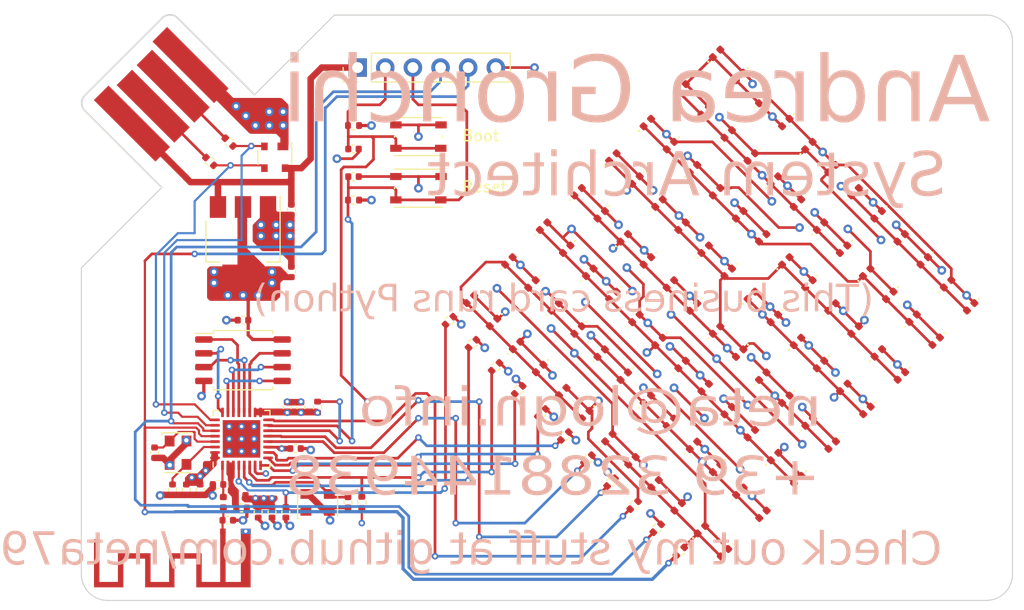
<source format=kicad_pcb>
(kicad_pcb (version 20221018) (generator pcbnew)
  (layers (0 "F.Cu" signal) (1 "In1.Cu" signal) (2 "In2.Cu" power) (31 "B.Cu" power) (34 "B.Paste" user) (35 "F.Paste" user) (36 "B.SilkS" user "B.Silkscreen") (37 "F.SilkS" user "F.Silkscreen") (38 "B.Mask" user) (39 "F.Mask" user) (44 "Edge.Cuts" user))
  (net 0 "")
  (net 1 "Net-(AN1-A)")
  (net 2 "GND")
  (net 3 "Net-(U3-LNA_IN)")
  (net 4 "/VUSB")
  (net 5 "/VDD3_3")
  (net 6 "/VDD3_3_RF")
  (net 7 "/CHIP_RESET")
  (net 8 "/CHIP_BOOT")
  (net 9 "Net-(D1-K)")
  (net 10 "Net-(D1-A)")
  (net 11 "Net-(D11-A)")
  (net 12 "Net-(D10-A)")
  (net 13 "Net-(D13-K)")
  (net 14 "Net-(D21-K)")
  (net 15 "Net-(D31-K)")
  (net 16 "Net-(D43-K)")
  (net 17 "Net-(D57-K)")
  (net 18 "Net-(D73-K)")
  (net 19 "Net-(D91-K)")
  (net 20 "Net-(J1-Pin_2)")
  (net 21 "Net-(J1-Pin_3)")
  (net 22 "/USB_DN")
  (net 23 "/USB_DP")
  (net 24 "/XTAL_CORE_N")
  (net 25 "/XTAL_CORE_P")
  (net 26 "/MX_R1")
  (net 27 "/MX_R0")
  (net 28 "/MX_R2")
  (net 29 "/MX_R3")
  (net 30 "/MX_R4")
  (net 31 "/MX_R5")
  (net 32 "/MX_R6")
  (net 33 "/MX_R7")
  (net 34 "/MX_R8")
  (net 35 "/MX_R9")
  (net 36 "/MX_R10")
  (net 37 "Net-(U3-GPIO8)")
  (net 38 "/MEM_CS")
  (net 39 "/MEM_CK")
  (net 40 "/MEM_IO0")
  (net 41 "/MEM_IO1")
  (net 42 "/MEM_IO2")
  (net 43 "/MEM_IO3")
  (footprint "LED_SMD:LED_0402_1005Metric" (layer "F.Cu") (at 120.893293 85.049067 45)
    (fp_text reference "D47" hide)
    (fp_text value "LED XL-1005SURC")
  )
  (footprint "LED_SMD:LED_0402_1005Metric" (layer "F.Cu") (at 103.537356 93.919723 45)
    (fp_text reference "D93" hide)
    (fp_text value "LED XL-1005SURC")
  )
  (footprint "LED_SMD:LED_0402_1005Metric" (layer "F.Cu") (at 115.558171 60.685704 -135)
    (fp_text reference "D4" hide)
    (fp_text value "LED XL-1005SURC")
  )
  (footprint "LED_SMD:LED_0402_1005Metric" (layer "F.Cu") (at 119.800812 77.656267 45)
    (fp_text reference "D33" hide)
    (fp_text value "LED XL-1005SURC")
  )
  (footprint "LED_SMD:LED_0402_1005Metric" (layer "F.Cu") (at 106.022836 82.94896 45)
    (fp_text reference "D67" hide)
    (fp_text value "LED XL-1005SURC")
  )
  (footprint "LED_SMD:LED_0402_1005Metric" (layer "F.Cu") (at 109.19421 92.505508 -135)
    (fp_text reference "D82" hide)
    (fp_text value "LED XL-1005SURC")
  )
  (footprint "Resistor_SMD:R_0402_1005Metric" (layer "F.Cu") (at 72.517 86.868 -90)
    (fp_text reference "R21" hide)
    (fp_text value "10K")
  )
  (footprint "Capacitor_SMD:C_0402_1005Metric" (layer "F.Cu") (at 75.819 65.659)
    (fp_text reference "C16" hide)
    (fp_text value "10nF")
  )
  (footprint "Capacitor_SMD:C_0402_1005Metric" (layer "F.Cu") (at 69.596 96.548 -90)
    (fp_text reference "C17" hide)
    (fp_text value "18pF")
  )
  (footprint "LED_SMD:LED_0402_1005Metric" (layer "F.Cu") (at 107.072891 77.656266 -135)
    (fp_text reference "D54" hide)
    (fp_text value "LED XL-1005SURC")
  )
  (footprint "Resistor_SMD:R_0402_1005Metric" (layer "F.Cu") (at 88.878332 83.153106 45)
    (fp_text reference "R11" hide)
    (fp_text value "150")
  )
  (footprint "LED_SMD:LED_0402_1005Metric" (layer "F.Cu") (at 95.416235 72.342359 -135)
    (fp_text reference "D62" hide)
    (fp_text value "LED XL-1005SURC")
  )
  (footprint "LED_SMD:LED_0402_1005Metric" (layer "F.Cu") (at 122.993399 74.46368 45)
    (fp_text reference "D21" hide)
    (fp_text value "LED XL-1005SURC")
  )
  (footprint "LED_SMD:LED_0402_1005Metric" (layer "F.Cu") (at 99.294715 89.677081 45)
    (fp_text reference "D91" hide)
    (fp_text value "LED XL-1005SURC")
  )
  (footprint "LED_SMD:LED_0402_1005Metric" (layer "F.Cu") (at 115.558171 86.141547 -135)
    (fp_text reference "D58" hide)
    (fp_text value "LED XL-1005SURC")
  )
  (footprint "Connector_PinHeader_2.54mm:PinHeader_1x06_P2.54mm_Vertical" (layer "F.Cu") (at 76.2 55.626 90)
    (fp_text reference "J2" hide)
    (fp_text value "Conn_01x03")
  )
  (footprint "LED_SMD:LED_0402_1005Metric" (layer "F.Cu") (at 123.014612 87.170388 -135)
    (fp_text reference "D48" hide)
    (fp_text value "LED XL-1005SURC")
  )
  (footprint "LED_SMD:LED_0402_1005Metric" (layer "F.Cu") (at 101.780196 78.70632 45)
    (fp_text reference "D65" hide)
    (fp_text value "LED XL-1005SURC")
  )
  (footprint "LED_SMD:LED_0402_1005Metric" (layer "F.Cu") (at 132.549947 77.635053 -135)
    (fp_text reference "D12" hide)
    (fp_text value "LED XL-1005SURC")
  )
  (footprint "LED_SMD:LED_0402_1005Metric" (layer "F.Cu") (at 117.679492 62.807024 45)
    (fp_text reference "D5" hide)
    (fp_text value "LED XL-1005SURC")
  )
  (footprint "Oscillator:Oscillator_SMD_EuroQuartz_XO32-4Pin_3.2x2.5mm" (layer "F.Cu") (at 72.517 95.631 90)
    (fp_text reference "XTAL2" hide)
    (fp_text value "32.768 kHz")
  )
  (footprint "Resistor_SMD:R_0402_1005Metric" (layer "F.Cu") (at 64.389 62.484 -45)
    (fp_text reference "R2" hide)
    (fp_text value "22R")
  )
  (footprint "LED_SMD:LED_0402_1005Metric" (layer "F.Cu") (at 97.173395 87.555762 -135)
    (fp_text reference "D90" hide)
    (fp_text value "LED XL-1005SURC")
  )
  (footprint "LED_SMD:LED_0402_1005Metric" (layer "F.Cu") (at 114.508118 78.70632 -135)
    (fp_text reference "D44" hide)
    (fp_text value "LED XL-1005SURC")
  )
  (footprint "Capacitor_SMD:C_0402_1005Metric" (layer "F.Cu") (at 68.326 96.548 -90)
    (fp_text reference "C7" hide)
    (fp_text value "1uF")
  )
  (footprint "LED_SMD:LED_0402_1005Metric" (layer "F.Cu") (at 97.537555 74.46368 45)
    (fp_text reference "D63" hide)
    (fp_text value "LED XL-1005SURC")
  )
  (footprint "LED_SMD:LED_0402_1005Metric" (layer "F.Cu") (at 115.558171 73.413625 45)
    (fp_text reference "D31" hide)
    (fp_text value "LED XL-1005SURC")
  )
  (footprint "LED_SMD:LED_0402_1005Metric" (layer "F.Cu") (at 110.265477 61.735758 45)
    (fp_text reference "D15" hide)
    (fp_text value "LED XL-1005SURC")
  )
  (footprint "RF_Antenna:Texas_SWRA117D_2.4GHz_Right" (layer "F.Cu") (at 63.813 98.298 180)
    (fp_text reference "AN1" hide)
    (fp_text value "PCB Antenna")
  )
  (footprint "Capacitor_SMD:C_0402_1005Metric" (layer "F.Cu") (at 75.311 95.631 90)
    (fp_text reference "C18" hide)
    (fp_text value "18pF")
  )
  (footprint "LED_SMD:LED_0402_1005Metric" (layer "F.Cu") (at 98.587609 69.170985 -135)
    (fp_text reference "D50" hide)
    (fp_text value "LED XL-1005SURC")
  )
  (footprint "LED_SMD:LED_0402_1005Metric" (layer "F.Cu") (at 101.780196 65.978398 -135)
    (fp_text reference "D38" hide)
    (fp_text value "LED XL-1005SURC")
  )
  (footprint "Resistor_SMD:R_0402_1005Metric" (layer "F.Cu") (at 75.819 60.96 180)
    (fp_text reference "R8" hide)
    (fp_text value "10K")
  )
  (footprint "LED_SMD:LED_0402_1005Metric" (layer "F.Cu") (at 119.800812 64.928345 -135)
    (fp_text reference "D6" hide)
    (fp_text value "LED XL-1005SURC")
  )
  (footprint "LED_SMD:LED_0402_1005Metric" (layer "F.Cu") (at 101.416036 91.798402 -135)
    (fp_text reference "D92" hide)
    (fp_text value "LED XL-1005SURC")
  )
  (footprint "Capacitor_SMD:C_0402_1005Metric" (layer "F.Cu") (at 61.721 94.46 -90)
    (fp_text reference "C10" hide)
    (fp_text value "1uF")
  )
  (footprint "Resistor_SMD:R_0402_1005Metric" (layer "F.Cu") (at 93.123544 87.398317 45)
    (fp_text reference "R13" hide)
    (fp_text value "150")
  )
  (footprint "LED_SMD:LED_0402_1005Metric" (layer "F.Cu") (at 118.750758 70.221038 45)
    (fp_text reference "D19" hide)
    (fp_text value "LED XL-1005SURC")
  )
  (footprint "Utils:PCB_USB_A_Male_Plug" (layer "F.Cu") (at 58.19596 66.66319 -45)
    (fp_text reference "J1" hide)
    (fp_text value "XL-1005SURC" hide)
    (fp_line (start -11 -11.06) (end -11 -1) (stroke (width 0.15)) (layer "Edge.Cuts"))
    (fp_line (start -10 -12.06) (end 0 -12.06) (stroke (width 0.15)) (layer "Edge.Cuts"))
    (fp_line (start 0 0) (end -10 0) (stroke (width 0.15)) (layer "Edge.Cuts"))
    (fp_arc (start -11 -11.06) (mid -10.707107 -11.767107) (end -10 -12.06) (stroke (width 0.15)) (layer "Edge.Cuts"))
    (fp_arc (start -10 0) (mid -10.707107 -0.292893) (end -11 -1) (stroke (width 0.15)) (layer "Edge.Cuts"))
  )
  (footprint "Resistor_SMD:R_0402_1005Metric" (layer "F.Cu") (at 105.859179 100.133952 45)
    (fp_text reference "R19" hide)
    (fp_text value "150")
  )
  (footprint "LED_SMD:LED_0402_1005Metric" (layer "F.Cu") (at 117.700705 88.241655 45)
    (fp_text reference "D59" hide)
    (fp_text value "LED XL-1005SURC")
  )
  (footprint "LED_SMD:LED_0402_1005Metric" (layer "F.Cu") (at 108.144157 85.070281 -135)
    (fp_text reference "D68" hide)
    (fp_text value "LED XL-1005SURC")
  )
  (footprint "LED_SMD:LED_0402_1005Metric" (layer "F.Cu") (at 92.930754 83.313121 -135)
    (fp_text reference "D88" hide)
    (fp_text value "LED XL-1005SURC")
  )
  (footprint "LED_SMD:LED_0402_1005Metric" (layer "F.Cu") (at 94.344969 77.656266 45)
    (fp_text reference "D75" hide)
    (fp_text value "LED XL-1005SURC")
  )
  (footprint "LED_SMD:LED_0402_1005Metric" (layer "F.Cu") (at 129.378573 80.806427 -135)
    (fp_text reference "D24" hide)
    (fp_text value "LED XL-1005SURC")
  )
  (footprint "LED_SMD:LED_0402_1005Metric" (layer "F.Cu") (at 114.529332 91.413028 45)
    (fp_text reference "D71" hide)
    (fp_text value "LED XL-1005SURC")
  )
  (footprint "LED_SMD:LED_0402_1005Metric" (layer "F.Cu") (at 128.286093 73.413625 -135)
    (fp_text reference "D10" hide)
    (fp_text value "LED XL-1005SURC")
  )
  (footprint "Capacitor_SMD:C_0402_1005Metric" (layer "F.Cu") (at 70.104 74.422 90)
    (fp_text reference "C6" hide)
    (fp_text value "1uF")
  )
  (footprint "LED_SMD:LED_0402_1005Metric" (layer "F.Cu") (at 93.294914 70.221039 45)
    (fp_text reference "D61" hide)
    (fp_text value "LED XL-1005SURC")
  )
  (footprint "LED_SMD:LED_0402_1005Metric" (layer "F.Cu") (at 90.102328 73.413625 45)
    (fp_text reference "D73" hide)
    (fp_text value "LED XL-1005SURC")
  )
  (footprint "LED_SMD:LED_0402_1005Metric" (layer "F.Cu") (at 118.750758 82.94896 -135)
    (fp_text reference "D46" hide)
    (fp_text value "LED XL-1005SURC")
  )
  (footprint "LED_SMD:LED_0402_1005Metric" (layer "F.Cu") (at 103.901516 68.099719 45)
    (fp_text reference "D39" hide)
    (fp_text value "LED XL-1005SURC")
  )
  (footprint "Resistor_SMD:R_0402_1005Metric" (layer "F.Cu") (at 99.491362 93.766135 45)
    (fp_text reference "R16" hide)
    (fp_text value "150")
  )
  (footprint "Inductor_SMD:L_0402_1005Metric" (layer "F.Cu") (at 65.405 94.996 180)
    (fp_text reference "L2" hide)
    (fp_text value "2nH 500mA")
  )
  (footprint "LED_SMD:LED_0402_1005Metric" (layer "F.Cu") (at 113.436852 84.020227 45)
    (fp_text reference "D57" hide)
    (fp_text value "LED XL-1005SURC")
  )
  (footprint "LED_SMD:LED_0402_1005Metric" (layer "F.Cu") (at 107.07289 64.928345 45)
    (fp_text reference "D27" hide)
    (fp_text value "LED XL-1005SURC")
  )
  (footprint "Capacitor_SMD:C_0402_1005Metric" (layer "F.Cu") (at 67.056 96.548 -90)
    (fp_text reference "C8" hide)
    (fp_text value "100nF")
  )
  (footprint "Resistor_SMD:R_0402_1005Metric" (layer "F.Cu") (at 62.611 64.262 -45)
    (fp_text reference "R1" hide)
    (fp_text value "22R")
  )
  (footprint "Capacitor_SMD:C_0402_1005Metric" (layer "F.Cu") (at 60.452 94.46 -90)
    (fp_text reference "C11" hide)
    (fp_text value "10nF")
  )
  (footprint "Inductor_SMD:L_0402_1005Metric" (layer "F.Cu") (at 63.853 95.624 90)
    (fp_text reference "L1" hide)
    (fp_text value "TBD")
  )
  (footprint "Capacitor_SMD:C_0402_1005Metric" (layer "F.Cu") (at 59.182 94.46 90)
    (fp_text reference "C2" hide)
    (fp_text value "18pF")
  )
  (footprint "LED_SMD:LED_0402_1005Metric" (layer "F.Cu") (at 116.629438 68.099719 -135)
    (fp_text reference "D18" hide)
    (fp_text value "LED XL-1005SURC")
  )
  (footprint "LED_SMD:LED_0402_1005Metric" (layer "F.Cu") (at 102.830249 60.685704 45)
    (fp_text reference "D25" hide)
    (fp_text value "LED XL-1005SURC")
  )
  (footprint "Button_Switch_SMD:SW_Push_1P1T_NO_Vertical_Wuerth_434133025816" (layer "F.Cu") (at 81.788 66.726)
    (fp_text reference "SW2" hide)
    (fp_text value "SW_Push")
  )
  (footprint "LED_SMD:LED_0402_1005Metric" (layer "F.Cu") (at 116.629438 80.827641 45)
    (fp_text reference "D45" hide)
    (fp_text value "LED XL-1005SURC")
  )
  (footprint "LED_SMD:LED_0402_1005Metric" (layer "F.Cu") (at 124.064667 81.877693 45)
    (fp_text reference "D35" hide)
    (fp_text value "LED XL-1005SURC")
  )
  (footprint "Resistor_SMD:R_0402_1005Metric" (layer "F.Cu") (at 91.000938 85.275711 45)
    (fp_text reference "R12" hide)
    (fp_text value "150")
  )
  (footprint "Capacitor_SMD:C_0402_1005Metric" (layer "F.Cu") (at 70.104 68.707 -90)
    (fp_text reference "C5" hide)
    (fp_text value "1uF")
  )
  (footprint "LED_SMD:LED_0402_1005Metric" (layer "F.Cu") (at 106.022836 57.493117 45)
    (fp_text reference "D13" hide)
    (fp_text value "LED XL-1005SURC")
  )
  (footprint "LED_SMD:LED_0402_1005Metric" (layer "F.Cu") (at 102.830249 86.141547 45)
    (fp_text reference "D79" hide)
    (fp_text value "LED XL-1005SURC")
  )
  (footprint "LED_SMD:LED_0402_1005Metric" (layer "F.Cu") (at 88.688114 79.07048 -135)
    (fp_text reference "D86" hide)
    (fp_text value "LED XL-1005SURC")
  )
  (footprint "Capacitor_SMD:C_0402_1005Metric" (layer "F.Cu") (at 57.531 91.059 -90)
    (fp_text reference "C1" hide)
    (fp_text value "18pF")
  )
  (footprint "LED_SMD:LED_0402_1005Metric" (layer "F.Cu") (at 126.164773 71.292306 45)
    (fp_text reference "D9" hide)
    (fp_text value "LED XL-1005SURC")
  )
  (footprint "LED_SMD:LED_0402_1005Metric" (layer "F.Cu") (at 120.872079 72.342359 -135)
    (fp_text reference "D20" hide)
    (fp_text value "LED XL-1005SURC")
  )
  (footprint "LED_SMD:LED_0402_1005Metric" (layer "F.Cu") (at 99.658875 63.857078 45)
    (fp_text reference "D37" hide)
    (fp_text value "LED XL-1005SURC")
  )
  (footprint "LED_SMD:LED_0402_1005Metric" (layer "F.Cu") (at 108.144157 72.342359 45)
    (fp_text reference "D41" hide)
    (fp_text value "LED XL-1005SURC")
  )
  (footprint "LED_SMD:LED_0402_1005Metric" (layer "F.Cu") (at 113.436851 71.292306 -135)
    (fp_text reference "D30" hide)
    (fp_text value "LED XL-1005SURC")
  )
  (footprint "LED_SMD:LED_0402_1005Metric" (layer "F.Cu") (at 125.114719 76.584999 -135)
    (fp_text reference "D22" hide)
    (fp_text value "LED XL-1005SURC")
  )
  (footprint "LED_SMD:LED_0402_1005Metric" (layer "F.Cu") (at 104.95157 88.262868 -135)
    (fp_text reference "D80" hide)
    (fp_text value "LED XL-1005SURC")
  )
  (footprint "LED_SMD:LED_0402_1005Metric" (layer "F.Cu") (at 90.809434 81.191801 45)
    (fp_text reference "D87" hide)
    (fp_text value "LED XL-1005SURC")
  )
  (footprint "Package_DFN_QFN:QFN-32-1EP_5x5mm_P0.5mm_EP3.45x3.45mm" (layer "F.Cu") (at 65.525 89.789 90)
    (fp_text reference "U3" hide)
    (fp_text value "ESP32-C3FN4")
  )
  (footprint "LED_SMD:LED_0402_1005Metric" (layer "F.Cu") (at 109.19421 67.049665 -135)
    (fp_text reference "D28" hide)
    (fp_text value "LED XL-1005SURC")
  )
  (footprint "LED_SMD:LED_0402_1005Metric" (layer "F.Cu") (at 126.185986 83.999015 -135)
    (fp_text reference "D36" hide)
    (fp_text value "LED XL-1005SURC")
  )
  (footprint "LED_SMD:LED_0402_1005Metric" (layer "F.Cu") (at 106.022836 70.221039 -135)
    (fp_text reference "D40" hide)
    (fp_text value "LED XL-1005SURC")
  )
  (footprint "Capacitor_SMD:C_0402_1005Metric" (layer "F.Cu") (at 70.485 90.678)
    (fp_text reference "C12" hide)
    (fp_text value "10nF")
  )
  (footprint "Resistor_SMD:R_0402_1005Metric" (layer "F.Cu") (at 95.24615 89.520923 45)
    (fp_text reference "R14" hide)
    (fp_text value "150")
  )
  (footprint "Package_SO:SOIC-8_5.23x5.23mm_P1.27mm" (layer "F.Cu") (at 65.659 82.55)
    (fp_text reference "U4" hide)
    (fp_text value "W25Q128JVS")
  )
  (footprint "Capacitor_SMD:C_0402_1005Metric" (layer "F.Cu") (at 69.723 86.896 90)
    (fp_text reference "C13" hide)
    (fp_text value "1uF")
  )
  (footprint "LED_SMD:LED_0402_1005Metric" (layer "F.Cu") (at 92.223648 75.534946 -135)
    (fp_text reference "D74" hide)
    (fp_text value "LED XL-1005SURC")
  )
  (footprint "LED_SMD:LED_0402_1005Metric" (layer "F.Cu") (at 110.265477 87.191602 45)
    (fp_text reference "D69" hide)
    (fp_text value "LED XL-1005SURC")
  )
  (footprint "LED_SMD:LED_0402_1005Metric" (layer "F.Cu") (at 104.95157 75.534946 45)
    (fp_text reference "D53" hide)
    (fp_text value "LED XL-1005SURC")
  )
  (footprint "LED_SMD:LED_0402_1005Metric" (layer "F.Cu") (at 112.386797 76.584999 45)
    (fp_text reference "D43" hide)
    (fp_text value "LED XL-1005SURC")
  )
  (footprint "Capacitor_SMD:C_0402_1005Metric" (layer "F.Cu") (at 70.993 86.896 90)
    (fp_text reference "C14" hide)
    (fp_text value "10nF")
  )
  (footprint "Resistor_SMD:R_0402_1005Metric" (layer "F.Cu") (at 84.633121 78.907894 45)
    (fp_text reference "R9" hide)
    (fp_text value "150")
  )
  (footprint "LED_SMD:LED_0402_1005Metric" (layer "F.Cu") (at 98.587609 81.898907 45)
    (fp_text reference "D77" hide)
    (fp_text value "LED XL-1005SURC")
  )
  (footprint "LED_SMD:LED_0402_1005Metric" (layer "F.Cu") (at 109.19421 79.777586 45)
    (fp_text reference "D55" hide)
    (fp_text value "LED XL-1005SURC")
  )
  (footprint "Capacitor_SMD:C_0402_1005Metric" (layer "F.Cu") (at 65.659 78.867 180)
    (fp_text reference "C19" hide)
    (fp_text value "100nF")
  )
  (footprint "Package_TO_SOT_SMD:SOT-143" (layer "F.Cu") (at 68.58 63.881 -90)
    (fp_text reference "U1" hide)
    (fp_text value "PRTR5V0U2X")
  )
  (footprint "LED_SMD:LED_0402_1005Metric" (layer "F.Cu") (at 121.922132 67.049664 45)
    (fp_text reference "D7" hide)
    (fp_text value "LED XL-1005SURC")
  )
  (footprint "Capacitor_SMD:C_0402_1005Metric" (layer "F.Cu") (at 63.366 93.98 180)
    (fp_text reference "C3" hide)
    (fp_text value "TBD")
  )
  (footprint "LED_SMD:LED_0402_1005Metric" (layer "F.Cu") (at 124.043453 69.170985 -135)
    (fp_text reference "D8" hide)
    (fp_text value "LED XL-1005SURC")
  )
  (footprint "LED_SMD:LED_0402_1005Metric" (layer "F.Cu") (at 100.70893 71.292305 45)
    (fp_text reference "D51" hide)
    (fp_text value "LED XL-1005SURC")
  )
  (footprint "LED_SMD:LED_0402_1005Metric" (layer "F.Cu") (at 119.822025 90.362976 -135)
    (fp_text reference "D60" hide)
    (fp_text value "LED XL-1005SURC")
  )
  (footprint "LED_SMD:LED_0402_1005Metric" (layer "F.Cu") (at 113.436851 58.564384 45)
    (fp_text reference "D3" hide)
    (fp_text value "LED XL-1005SURC")
  )
  (footprint "Resistor_SMD:R_0402_1005Metric" (layer "F.Cu") (at 103.736573 98.011347 45)
    (fp_text reference "R18" hide)
    (fp_text value "150")
  )
  (footprint "LED_SMD:LED_0402_1005Metric" (layer "F.Cu") (at 86.566793 76.94916 45)
    (fp_text reference "D85" hide)
    (fp_text value "LED XL-1005SURC")
  )
  (footprint "LED_SMD:LED_0402_1005Metric" (layer "F.Cu") (at 105.658676 96.041042 -135)
    (fp_text reference "D94" hide)
    (fp_text value "LED XL-1005SURC")
  )
  (footprint "LED_SMD:LED_0402_1005Metric" (layer "F.Cu") (at 103.901516 80.827641 -135)
    (fp_text reference "D66" hide)
    (fp_text value "LED XL-1005SURC")
  )
  (footprint "Capacitor_SMD:C_0402_1005Metric" (layer "F.Cu") (at 64.262 97.275)
    (fp_text reference "C4" hide)
    (fp_text value "TBD")
  )
  (footprint "LED_SMD:LED_0402_1005Metric" (layer "F.Cu") (at 111.315531 81.898907 -135)
    (fp_text reference "D56" hide)
    (fp_text value "LED XL-1005SURC")
  )
  (footprint "LED_SMD:LED_0402_1005Metric" (layer "F.Cu") (at 96.466289 67.049664 45)
    (fp_text reference "D49" hide)
    (fp_text value "LED XL-1005SURC")
  )
  (footprint "LED_SMD:LED_0402_1005Metric" (layer "F.Cu") (at 111.336744 94.605616 45)
    (fp_text reference "D83" hide)
    (fp_text value "LED XL-1005SURC")
  )
  (footprint "LED_SMD:LED_0402_1005Metric" (layer "F.Cu") (at 102.83025 73.413625 -135)
    (fp_text reference "D52" hide)
    (fp_text value "LED XL-1005SURC")
  )
  (footprint "LED_SMD:LED_0402_1005Metric" (layer "F.Cu") (at 96.466289 79.777586 -135)
    (fp_text reference "D76" hide)
    (fp_text value "LED XL-1005SURC")
  )
  (footprint "Button_Switch_SMD:SW_Push_1P1T_NO_Vertical_Wuerth_434133025816" (layer "F.Cu") (at 81.788 61.976)
    (fp_text reference "SW1" hide)
    (fp_text value "SW_Push")
  )
  (footprint "Resistor_SMD:R_0402_1005Metric" (layer "F.Cu") (at 76.581 95.631 -90)
    (fp_text reference "R20" hide)
    (fp_text value "10K")
  )
  (footprint "LED_SMD:LED_0402_1005Metric" (layer "F.Cu") (at 107.801211 98.141149 45)
    (fp_text reference "D95" hide)
    (fp_text value "LED XL-1005SURC")
  )
  (footprint "Resistor_SMD:R_0402_1005Metric" (layer "F.Cu") (at 86.755727 81.0305 45)
    (fp_text reference "R10" hide)
    (fp_text value "150")
  )
  (footprint "Capacitor_SMD:C_0402_1005Metric" (layer "F.Cu") (at 75.817 63.119)
    (fp_text reference "C15" hide)
    (fp_text value "100nF")
  )
  (footprint "LED_SMD:LED_0402_1005Metric" (layer "F.Cu") (at 110.265477 74.46368 -135)
    (fp_text reference "D42" hide)
    (fp_text value "LED XL-1005SURC")
  )
  (footprint "LED_SMD:LED_0402_1005Metric" (layer "F.Cu") (at 114.508118 65.978398 45)
    (fp_text reference "D17" hide)
    (fp_text value "LED XL-1005SURC")
  )
  (footprint "Resistor_SMD:R_0402_1005Metric" (layer "F.Cu") (at 101.613968 95.888741 45)
    (fp_text reference "R17" hide)
    (fp_text value "150")
  )
  (footprint "LED_SMD:LED_0402_1005Metric" (layer "F.Cu") (at 130.428628 75.513732 45)
    (fp_text reference "D11" hide)
    (fp_text value "LED XL-1005SURC")
  )
  (footprint "LED_SMD:LED_0402_1005Metric" (layer "F.Cu") (at 111.315531 69.170985 45)
    (fp_text reference "D29" hide)
    (fp_text value "LED XL-1005SURC")
  )
  (footprint "LED_SMD:LED_0402_1005Metric" (layer "F.Cu") (at 117.679492 75.534946 -135)
    (fp_text reference "D32" hide)
    (fp_text value "LED XL-1005SURC")
  )
  (footprint "Oscillator:Oscillator_SMD_EuroQuartz_XO32-4Pin_3.2x2.5mm" (layer "F.Cu") (at 59.69 91.059)
    (fp_text reference "XTAL1" hide)
    (fp_text value "40MHz")
  )
  (footprint "Package_TO_SOT_SMD:SOT-223-3_TabPin2" (layer "F.Cu") (at 65.659 71.603 -90)
    (fp_text reference "U2" hide)
    (fp_text value "ME6211C33M5G")
  )
  (footprint "LED_SMD:LED_0402_1005Metric" (layer "F.Cu") (at 112.386797 63.857078 -135)
    (fp_text reference "D16" hide)
    (fp_text value "LED XL-1005SURC")
  )
  (footprint "LED_SMD:LED_0402_1005Metric" (layer "F.Cu") (at 127.257254 78.685106 45)
    (fp_text reference "D23" hide)
    (fp_text value "LED XL-1005SURC")
  )
  (footprint "Resistor_SMD:R_0402_1005Metric" (layer "F.Cu") (at 75.819 67.818 180)
    (fp_text reference "R5" hide)
    (fp_text value "10K")
  )
  (footprint "LED_SMD:LED_0402_1005Metric" (layer "F.Cu") (at 111.315531 56.443063 -135)
    (fp_text reference "D2" hide)
    (fp_text value "LED XL-1005SURC")
  )
  (footprint "LED_SMD:LED_0402_1005Metric" (layer "F.Cu") (at 99.658875 76.585 -135)
    (fp_text reference "D64" hide)
    (fp_text value "LED XL-1005SURC")
  )
  (footprint "LED_SMD:LED_0402_1005Metric" (layer "F.Cu") (at 109.92253 100.26247 -135)
    (fp_text reference "D96" hide)
    (fp_text value "LED XL-1005SURC")
  )
  (footprint "LED_SMD:LED_0402_1005Metric" (layer "F.Cu") (at 108.144156 59.614436 -135)
    (fp_text reference "D14" hide)
    (fp_text value "LED XL-1005SURC")
  )
  (footprint "LED_SMD:LED_0402_1005Metric" (layer "F.Cu") (at 107.072891 90.384188 45)
    (fp_text reference "D81" hide)
    (fp_text value "LED XL-1005SURC")
  )
  (footprint "LED_SMD:LED_0402_1005Metric" (layer "F.Cu") (at 116.650651 93.534349 -135)
    (fp_text reference "D72" hide)
    (fp_text value "LED XL-1005SURC")
  )
  (footprint "LED_SMD:LED_0402_1005Metric" (layer "F.Cu") (at 104.95157 62.807024 -135)
    (fp_text reference "D26" hide)
    (fp_text value "LED XL-1005SURC")
  )
  (footprint "LED_SMD:LED_0402_1005Metric" (layer "F.Cu") (at 100.70893 84.020227 -135)
    (fp_text reference "D78" hide)
    (fp_text value "LED XL-1005SURC")
  )
  (footprint "Resistor_SMD:R_0402_1005Metric" (layer "F.Cu") (at 97.368756 91.643529 45)
    (fp_text reference "R15" hide)
    (fp_text value "150")
  )
  (footprint "LED_SMD:LED_0402_1005Metric" (layer "F.Cu") (at 113.458064 96.726937 -135)
    (fp_text reference "D84" hide)
    (fp_text value "LED XL-1005SURC")
  )
  (footprint "Capacitor_SMD:C_0402_1005Metric" (layer "F.Cu") (at 65.532 96.139)
    (fp_text reference "C9" hide)
    (fp_text value "100nF")
  )
  (footprint "LED_SMD:LED_0402_1005Metric" (layer "F.Cu") (at 95.052075 85.434441 45)
    (fp_text reference "D89" hide)
    (fp_text value "LED XL-1005SURC")
  )
  (footprint "LED_SMD:LED_0402_1005Metric" (layer "F.Cu") (at 121.922132 79.777586 -135)
    (fp_text reference "D34" hide)
    (fp_text value "LED XL-1005SURC")
  )
  (footprint "LED_SMD:LED_0402_1005Metric" (layer "F.Cu") (at 109.19421 54.321743 45)
    (fp_text reference "D1" hide)
    (fp_text value "LED XL-1005SURC")
  )
  (footprint "LED_SMD:LED_0402_1005Metric" (layer "F.Cu") (at 112.386797 89.312921 -135)
    (fp_text reference "D70" hide)
    (fp_text value "LED XL-1005SURC")
  )
  (gr_line (start 50.8 102.235) (end 50.8 74.041) (stroke (width 0.1)) (layer "Edge.Cuts"))
  (gr_line (start 133.985 104.651339) (end 53.216339 104.651339) (stroke (width 0.1)) (layer "Edge.Cuts"))
  (gr_line (start 136.398 53.213) (end 136.398 102.235) (stroke (width 0.1)) (layer "Edge.Cuts"))
  (gr_line (start 50.804853 74.054297) (end 58.19596 66.66319) (stroke (width 0.1)) (layer "Edge.Cuts"))
  (gr_line (start 66.723668 58.135482) (end 74.055595 50.803555) (stroke (width 0.1)) (layer "Edge.Cuts"))
  (gr_arc (start 136.401339 102.231661) (mid 135.69361 103.940271) (end 133.985 104.648) (stroke (width 0.1)) (layer "Edge.Cuts"))
  (gr_line (start 74.041 50.8) (end 133.985 50.8) (stroke (width 0.1)) (layer "Edge.Cuts"))
  (gr_arc (start 53.216339 104.651339) (mid 51.507729 103.94361) (end 50.8 102.235) (stroke (width 0.1)) (layer "Edge.Cuts"))
  (gr_arc (start 133.981661 50.796661) (mid 135.690271 51.50439) (end 136.398 53.213) (stroke (width 0.1)) (layer "Edge.Cuts"))
  (gr_text "(This business card runs Python)" (at 95.123 78.486) (layer "B.SilkS") (effects (font (size 2.5 2.5)) (justify bottom mirror)))
  (gr_text "+39 3288144938\n" (at 118.745 95.504) (layer "B.SilkS") (effects (font (size 3.5 4)) (justify left bottom mirror)))
  (gr_text "System Architect" (at 130.302 68.072) (layer "B.SilkS") (effects (font (size 4 4)) (justify left bottom mirror)))
  (gr_text "neta@logn.info" (at 118.872 89.154) (layer "B.SilkS") (effects (font (size 3.5 4)) (justify left bottom mirror)))
  (gr_text "Check out my stuff at github.com/neta79" (at 129.922238 101.854) (layer "B.SilkS") (effects (font (size 3 3)) (justify left bottom mirror)))
  (gr_text "Andrea Gronchi" (at 134.366 61.595) (layer "B.SilkS") (effects (font (size 6 6)) (justify left bottom mirror)))
  (gr_text "Reset" (at 85.725 67.183) (layer "F.SilkS") (effects (font (size 1 1)) (justify left bottom)))
  (gr_text "Boot" (at 85.725 62.484) (layer "F.SilkS") (effects (font (size 1 1)) (justify left bottom)))
  (segment (start 63.782 98.267) (end 63.813 98.298) (width 0.2) (layer "F.Cu") (net 1))
  (segment (start 63.853 97.204) (end 63.782 97.275) (width 0.2) (layer "F.Cu") (net 1))
  (segment (start 63.782 97.275) (end 63.782 98.267) (width 0.2) (layer "F.Cu") (net 1))
  (segment (start 63.853 96.109) (end 63.853 97.204) (width 0.2) (layer "F.Cu") (net 1))
  (segment (start 57.531 91.539) (end 58.32 91.539) (width 0.6) (layer "F.Cu") (net 2))
  (segment (start 70.993 86.416) (end 69.723 86.416) (width 0.6) (layer "F.Cu") (net 2))
  (segment (start 62.059 84.455) (end 62.059 85.642) (width 0.3) (layer "F.Cu") (net 2))
  (segment (start 68.326 97.282) (end 68.834 97.79) (width 0.3) (layer "F.Cu") (net 2))
  (segment (start 69.33 60.972) (end 69.342 60.96) (width 0.25) (layer "F.Cu") (net 2))
  (segment (start 64.742 97.275) (end 65.652 97.275) (width 0.3) (layer "F.Cu") (net 2))
  (segment (start 71.442 94.856) (end 71.642 94.856) (width 0.6) (layer "F.Cu") (net 2))
  (segment (start 73.592 96.406) (end 73.592 97.214) (width 0.3) (layer "F.Cu") (net 2))
  (segment (start 58.32 91.539) (end 58.915 92.134) (width 0.6) (layer "F.Cu") (net 2))
  (segment (start 81.788 61.028) (end 81.915 60.901) (width 0.25) (layer "F.Cu") (net 2))
  (segment (start 92.456 55.626) (end 88.9 55.626) (width 0.25) (layer "F.Cu") (net 2))
  (segment (start 58.915 92.134) (end 58.915 91.734) (width 0.6) (layer "F.Cu") (net 2))
  (segment (start 74.295 64.008) (end 75.717999 64.008) (width 0.25) (layer "F.Cu") (net 2))
  (segment (start 71.755 90.678) (end 71.882 90.805) (width 0.3) (layer "F.Cu") (net 2))
  (segment (start 83.863 60.901) (end 81.915 60.901) (width 0.25) (layer "F.Cu") (net 2))
  (segment (start 76.307 65.651) (end 76.299 65.659) (width 0.25) (layer "F.Cu") (net 2))
  (segment (start 76.297 63.428999) (end 76.297 63.119) (width 0.25) (layer "F.Cu") (net 2))
  (segment (start 81.915 60.901) (end 79.713 60.901) (width 0.25) (layer "F.Cu") (net 2))
  (segment (start 62.059 85.642) (end 61.849 85.852) (width 0.3) (layer "F.Cu") (net 2))
  (segment (start 75.311 96.111) (end 73.887 96.111) (width 0.3) (layer "F.Cu") (net 2))
  (segment (start 62.235999 94.94) (end 61.721 94.94) (width 0.6) (layer "F.Cu") (net 2))
  (segment (start 70.104 69.187) (end 68.693 69.187) (width 0.6) (layer "F.Cu") (net 2))
  (segment (start 71.642 94.856) (end 73.192 96.406) (width 0.6) (layer "F.Cu") (net 2))
  (segment (start 62.886 93.98) (end 62.886 94.289999) (width 0.6) (layer "F.Cu") (net 2))
  (segment (start 58.095 94.94) (end 58.039 94.996) (width 0.6) (layer "F.Cu") (net 2))
  (segment (start 66.012 96.139) (end 66.012 96.929) (width 0.3) (layer "F.Cu") (net 2))
  (segment (start 81.788 66.726) (end 81.788 65.651) (width 0.25) (layer "F.Cu") (net 2))
  (segment (start 62.886 94.289999) (end 62.235999 94.94) (width 0.6) (layer "F.Cu") (net 2))
  (segment (start 60.840539 55.391908) (end 61.233908 55.391908) (width 0.25) (layer "F.Cu") (net 2))
  (segment (start 60.465 90.184) (end 60.465 89.984) (width 0.6) (layer "F.Cu") (net 2))
  (segment (start 79.713 65.651) (end 76.307 65.651) (width 0.25) (layer "F.Cu") (net 2))
  (segment (start 73.592 97.214) (end 73.66 97.282) (width 0.3) (layer "F.Cu") (net 2))
  (segment (start 81.788 61.976) (end 81.788 61.028) (width 0.25) (layer "F.Cu") (net 2))
  (segment (start 68.693 69.187) (end 67.959 68.453) (width 0.6) (layer "F.Cu") (net 2))
  (segment (start 70.965 90.678) (end 71.755 90.678) (width 0.3) (layer "F.Cu") (net 2))
  (segment (start 69.596 97.409) (end 69.977 97.79) (width 0.3) (layer "F.Cu") (net 2))
  (segment (start 66.012 96.929) (end 65.659 97.282) (width 0.3) (layer "F.Cu") (net 2))
  (segment (start 59.182 94.94) (end 58.095 94.94) (width 0.6) (layer "F.Cu") (net 2))
  (segment (start 75.717999 64.008) (end 76.297 63.428999) (width 0.25) (layer "F.Cu") (net 2))
  (segment (start 58.915 91.734) (end 60.465 90.184) (width 0.6) (layer "F.Cu") (net 2))
  (segment (start 65.179 78.867) (end 64.135 78.867) (width 0.3) (layer "F.Cu") (net 2))
  (segment (start 65.652 97.275) (end 65.659 97.282) (width 0.3) (layer "F.Cu") (net 2))
  (segment (start 61.721 94.94) (end 60.452 94.94) (width 0.6) (layer "F.Cu") (net 2))
  (segment (start 68.326 97.028) (end 68.326 97.282) (width 0.3) (layer "F.Cu") (net 2))
  (segment (start 81.788 65.651) (end 79.713 65.651) (width 0.25) (layer "F.Cu") (net 2))
  (segment (start 60.452 94.94) (end 59.182 94.94) (width 0.6) (layer "F.Cu") (net 2))
  (segment (start 70.104 73.942) (end 70.104 69.187) (width 0.6) (layer "F.Cu") (net 2))
  (segment (start 67.056 97.028) (end 67.056 97.155) (width 0.3) (layer "F.Cu") (net 2))
  (segment (start 83.863 65.651) (end 81.788 65.651) (width 0.25) (layer "F.Cu") (net 2))
  (segment (start 67.056 97.155) (end 67.691 97.79) (width 0.3) (layer "F.Cu") (net 2))
  (segment (start 73.887 96.111) (end 73.592 96.406) (width 0.3) (layer "F.Cu") (net 2))
  (segment (start 69.596 97.028) (end 69.596 97.409) (width 0.3) (layer "F.Cu") (net 2))
  (segment (start 73.192 96.406) (end 73.592 96.406) (width 0.6) (layer "F.Cu") (net 2))
  (via (at 60.452 89.916) (size 0.8) (drill 0.4) (layers "F.Cu" "B.Cu") (net 2))
  (via (at 67.31 71.12) (size 0.8) (drill 0.4) (layers "F.Cu" "B.Cu") (net 2))
  (via (at 68.072 60.96) (size 0.8) (drill 0.4) (layers "F.Cu" "B.Cu") (net 2))
  (via (at 68.707 70.104) (size 0.8) (drill 0.4) (layers "F.Cu" "B.Cu") (net 2))
  (via (at 81.788 66.726) (size 0.8) (drill 0.4) (layers "F.Cu" "B.Cu") (net 2))
  (via (at 68.834 97.79) (size 0.8) (drill 0.4) (layers "F.Cu" "B.Cu") (net 2))
  (via (at 64.389 90.932) (size 0.6) (drill 0.3) (layers "F.Cu" "B.Cu") (net 2))
  (via (at 68.072 59.69) (size 0.8) (drill 0.4) (layers "F.Cu" "B.Cu") (net 2))
  (via (at 66.675 90.932) (size 0.6) (drill 0.3) (layers "F.Cu" "B.Cu") (net 2))
  (via (at 67.691 97.79) (size 0.8) (drill 0.4) (layers "F.Cu" "B.Cu") (net 2))
  (via (at 65.532 90.932) (size 0.6) (drill 0.3) (layers "F.Cu" "B.Cu") (net 2))
  (via (at 64.135 78.867) (size 0.8) (drill 0.4) (layers "F.Cu" "B.Cu") (net 2))
  (via (at 69.342 60.96) (size 0.8) (drill 0.4) (layers "F.Cu" "B.Cu") (net 2))
  (via (at 58.039 94.996) (size 0.8) (drill 0.4) (layers "F.Cu" "B.Cu") (net 2))
  (via (at 69.977 71.12) (size 0.8) (drill 0.4) (layers "F.Cu" "B.Cu") (net 2))
  (via (at 66.802 60.96) (size 0.8) (drill 0.4) (layers "F.Cu" "B.Cu") (net 2))
  (via (at 67.31 70.104) (size 0.8) (drill 0.4) (layers "F.Cu" "B.Cu") (net 2))
  (via (at 64.389 88.646) (size 0.6) (drill 0.3) (layers "F.Cu" "B.Cu") (net 2))
  (via (at 65.532 88.646) (size 0.6) (drill 0.3) (layers "F.Cu" "B.Cu") (net 2))
  (via (at 92.456 55.626) (size 0.8) (drill 0.4) (layers "F.Cu" "B.Cu") (net 2))
  (via (at 74.295 64.008) (size 0.8) (drill 0.4) (layers "F.Cu" "B.Cu") (net 2))
  (via (at 65.659 97.282) (size 0.8) (drill 0.4) (layers "F.Cu" "B.Cu") (net 2))
  (via (at 66.675 88.646) (size 0.6) (drill 0.3) (layers "F.Cu" "B.Cu") (net 2))
  (via (at 66.675 89.789) (size 0.6) (drill 0.3) (layers "F.Cu" "B.Cu") (net 2))
  (via (at 58.928 92.202) (size 0.8) (drill 0.4) (layers "F.Cu" "B.Cu") (net 2))
  (via (at 65.913 60.071) (size 0.8) (drill 0.4) (layers "F.Cu" "B.Cu") (net 2))
  (via (at 70.993 86.36) (size 0.6) (drill 0.3) (layers "F.Cu" "B.Cu") (net 2))
  (via (at 69.977 70.104) (size 0.8) (drill 0.4) (layers "F.Cu" "B.Cu") (net 2))
  (via (at 62.865 94.996) (size 0.8) (drill 0.4) (layers "F.Cu" "B.Cu") (net 2))
  (via (at 71.882 90.805) (size 0.8) (drill 0.4) (layers "F.Cu" "B.Cu") (net 2))
  (via (at 68.707 71.12) (size 0.8) (drill 0.4) (layers "F.Cu" "B.Cu") (net 2))
  (via (at 69.977 97.79) (size 0.8) (drill 0.4) (layers "F.Cu" "B.Cu") (net 2))
  (via (at 61.849 85.852) (size 0.8) (drill 0.4) (layers "F.Cu" "B.Cu") (net 2))
  (via (at 73.66 97.282) (size 0.8) (drill 0.4) (layers "F.Cu" "B.Cu") (net 2))
  (via (at 81.788 61.976) (size 0.8) (drill 0.4) (layers "F.Cu" "B.Cu") (net 2))
  (via (at 65.532 89.789) (size 0.6) (drill 0.3) (layers "F.Cu" "B.Cu") (net 2))
  (via (at 64.389 89.789) (size 0.6) (drill 0.3) (layers "F.Cu" "B.Cu") (net 2))
  (via (at 69.342 59.69) (size 0.8) (drill 0.4) (layers "F.Cu" "B.Cu") (net 2))
  (via (at 65.024 59.182) (size 0.8) (drill 0.4) (layers "F.Cu" "B.Cu") (net 2))
  (via (at 69.723 86.36) (size 0.6) (drill 0.3) (layers "F.Cu" "B.Cu") (net 2))
  (segment (start 63.846 95.132) (end 63.853 95.139) (width 0.2) (layer "F.Cu") (net 3))
  (segment (start 63.881 95.111) (end 63.853 95.139) (width 0.25) (layer "F.Cu") (net 3))
  (segment (start 63.775 93.909) (end 63.846 93.98) (width 0.2) (layer "F.Cu") (net 3))
  (segment (start 63.775 92.2265) (end 63.775 93.909) (width 0.2) (layer "F.Cu") (net 3))
  (segment (start 63.846 93.98) (end 63.846 95.132) (width 0.2) (layer "F.Cu") (net 3))
  (segment (start 63.754 95.04) (end 63.853 95.139) (width 0.25) (layer "F.Cu") (net 3))
  (segment (start 63.373 66.167) (end 69.85 66.167) (width 0.6) (layer "F.Cu") (net 4))
  (segment (start 60.833 66.167) (end 63.373 66.167) (width 0.6) (layer "F.Cu") (net 4))
  (segment (start 60.403324 65.737324) (end 60.833 66.167) (width 0.6) (layer "F.Cu") (net 4))
  (segment (start 70.104 65.913) (end 70.104 68.227) (width 0.6) (layer "F.Cu") (net 4))
  (segment (start 63.359 68.453) (end 63.359 66.181) (width 0.6) (layer "F.Cu") (net 4))
  (segment (start 60.403324 65.731) (end 60.403324 65.737324) (width 0.6) (layer "F.Cu") (net 4))
  (segment (start 55.452386 60.780062) (end 60.403324 65.731) (width 0.6) (layer "F.Cu") (net 4))
  (segment (start 71.882 56.642) (end 72.898 55.626) (width 0.6) (layer "F.Cu") (net 4))
  (segment (start 63.359 66.181) (end 63.373 66.167) (width 0.6) (layer "F.Cu") (net 4))
  (segment (start 69.53 64.881) (end 70.104 64.881) (width 0.6) (layer "F.Cu") (net 4))
  (segment (start 72.898 55.626) (end 76.2 55.626) (width 0.6) (layer "F.Cu") (net 4))
  (segment (start 69.85 66.167) (end 70.104 65.913) (width 0.6) (layer "F.Cu") (net 4))
  (segment (start 71.882 64.008) (end 71.882 56.642) (width 0.6) (layer "F.Cu") (net 4))
  (segment (start 70.104 64.881) (end 70.104 65.913) (width 0.6) (layer "F.Cu") (net 4))
  (segment (start 71.009 64.881) (end 71.882 64.008) (width 0.6) (layer "F.Cu") (net 4))
  (segment (start 70.104 64.881) (end 71.009 64.881) (width 0.6) (layer "F.Cu") (net 4))
  (segment (start 66.139 80.236) (end 66.139 78.867) (width 0.3) (layer "F.Cu") (net 5))
  (segment (start 61.721 93.219) (end 61.722 93.218) (width 0.3) (layer "F.Cu") (net 5))
  (segment (start 66.139 78.867) (end 66.139 77.061) (width 0.3) (layer "F.Cu") (net 5))
  (segment (start 65.659 74.753) (end 64.339 74.753) (width 0.6) (layer "F.Cu") (net 5))
  (segment (start 76.581 96.141) (end 76.581 97.536) (width 0.2) (layer "F.Cu") (net 5))
  (segment (start 69.259 80.645) (end 66.548 80.645) (width 0.3) (layer "F.Cu") (net 5))
  (segment (start 66.548 80.645) (end 66.139 80.236) (width 0.3) (layer "F.Cu") (net 5))
  (segment (start 60.452 93.98) (end 60.452 93.8425) (width 0.3) (layer "F.Cu") (net 5))
  (segment (start 76.329 60.96) (end 77.47 60.96) (width 0.3) (layer "F.Cu") (net 5))
  (segment (start 69.866 90.539) (end 70.005 90.678) (width 0.25) (layer "F.Cu") (net 5))
  (segment (start 66.7065 95.2395) (end 66.802 95.2395) (width 0.3) (layer "F.Cu") (net 5))
  (segment (start 66.139 77.061) (end 65.659 76.581) (width 0.3) (layer "F.Cu") (net 5))
  (segment (start 76.329 67.818) (end 77.47 67.818) (width 0.3) (layer "F.Cu") (net 5))
  (via (at 64.262 76.581) (size 0.8) (drill 0.4) (layers "F.Cu" "B.Cu") (net 5))
  (via (at 76.581 97.536) (size 0.6) (drill 0.3) (layers "F.Cu" "B.Cu") (net 5))
  (via (at 77.47 67.818) (size 0.8) (drill 0.4) (layers "F.Cu" "B.Cu") (net 5))
  (via (at 66.802 95.2395) (size 0.6) (drill 0.3) (layers "F.Cu" "B.Cu") (net 5))
  (via (at 62.992 75.438) (size 0.8) (drill 0.4) (layers "F.Cu" "B.Cu") (net 5))
  (via (at 77.47 60.96) (size 0.8) (drill 0.4) (layers "F.Cu" "B.Cu") (net 5))
  (via (at 67.564 95.25) (size 0.6) (drill 0.3) (layers "F.Cu" "B.Cu") (net 5))
  (via (at 62.23 92.71) (size 0.6) (drill 0.3) (layers "F.Cu" "B.Cu") (net 5))
  (via (at 61.722 93.218) (size 0.6) (drill 0.3) (layers "F.Cu" "B.Cu") (net 5))
  (via (at 69.227332 90.678) (size 0.6) (drill 0.3) (layers "F.Cu" "B.Cu") (net 5))
  (via (at 60.9495 93.345) (size 0.6) (drill 0.3) (layers "F.Cu" "B.Cu") (net 5))
  (via (at 70.993 87.376) (size 0.6) (drill 0.3) (layers "F.Cu" "B.Cu") (net 5))
  (via (at 69.723 87.376) (size 0.6) (drill 0.3) (layers "F.Cu" "B.Cu") (net 5))
  (via (at 68.326 95.25) (size 0.6) (drill 0.3) (layers "F.Cu" "B.Cu") (net 5))
  (via (at 62.992 74.422) (size 0.8) (drill 0.4) (layers "F.Cu" "B.Cu") (net 5))
  (via (at 68.326 74.422) (size 0.8) (drill 0.4) (layers "F.Cu" "B.Cu") (net 5))
  (via (at 72.517 87.376) (size 0.6) (drill 0.3) (layers "F.Cu" "B.Cu") (net 5))
  (via (at 65.659 76.581) (size 0.8) (drill 0.4) (layers "F.Cu" "B.Cu") (net 5))
  (via (at 67.056 76.581) (size 0.8) (drill 0.4) (layers "F.Cu" "B.Cu") (net 5))
  (via (at 68.326 75.438) (size 0.8) (drill 0.4) (layers "F.Cu" "B.Cu") (net 5))
  (segment (start 78.232 59.055) (end 78.74 58.547) (width 0.25) (layer "F.Cu") (net 7))
  (segment (start 79.502 61.976) (end 79.713 62.187) (width 0.25) (layer "F.Cu") (net 7))
  (segment (start 78.74 58.547) (end 78.74 55.626) (width 0.25) (layer "F.Cu") (net 7))
  (segment (start 75.337 61.976) (end 77.47 61.976) (width 0.25) (layer "F.Cu") (net 7))
  (segment (start 74.686 83.957) (end 77.089 86.36) (width 0.25) (layer "F.Cu") (net 7))
  (segment (start 74.686 65.014) (end 74.686 83.957) (width 0.25) (layer "F.Cu") (net 7))
  (segment (start 77.655 62.161) (end 77.655 64.077) (width 0.25) (layer "F.Cu") (net 7))
  (segment (start 76.962 64.77) (end 74.93 64.77) (width 0.25) (layer "F.Cu") (net 7))
  (segment (start 79.713 63.051) (end 83.838 63.051) (width 0.25) (layer "F.Cu") (net 7))
  (segment (start 75.309 60.96) (end 75.309 59.692) (width 0.25) (layer "F.Cu") (net 7))
  (segment (start 67.759038 92.974836) (end 67.744874 92.989) (width 0.25) (layer "F.Cu") (net 7))
  (segment (start 77.47 61.976) (end 79.502 61.976) (width 0.25) (layer "F.Cu") (net 7))
  (segment (start 75.337 61.976) (end 75.337 60.988) (width 0.25) (layer "F.Cu") (net 7))
  (segment (start 74.93 64.77) (end 74.686 65.014) (width 0.25) (layer "F.Cu") (net 7))
  (segment (start 79.713 62.187) (end 79.713 63.051) (width 0.25) (layer "F.Cu") (net 7))
  (segment (start 75.337 63.119) (end 75.337 61.976) (width 0.25) (layer "F.Cu") (net 7))
  (segment (start 77.47 61.976) (end 77.655 62.161) (width 0.25) (layer "F.Cu") (net 7))
  (segment (start 75.309 59.692) (end 75.946 59.055) (width 0.25) (layer "F.Cu") (net 7))
  (segment (start 75.946 59.055) (end 78.232 59.055) (width 0.25) (layer "F.Cu") (net 7))
  (segment (start 66.775 92.808604) (end 66.775 92.2265) (width 0.25) (layer "F.Cu") (net 7))
  (segment (start 75.337 60.988) (end 75.309 60.96) (width 0.25) (layer "F.Cu") (net 7))
  (segment (start 66.955396 92.989) (end 66.775 92.808604) (width 0.25) (layer "F.Cu") (net 7))
  (segment (start 67.744874 92.989) (end 66.955396 92.989) (width 0.25) (layer "F.Cu") (net 7))
  (segment (start 77.655 64.077) (end 76.962 64.77) (width 0.25) (layer "F.Cu") (net 7))
  (via (at 77.089 86.36) (size 0.6) (drill 0.3) (layers "F.Cu" "B.Cu") (net 7))
  (via (at 67.759038 92.974836) (size 0.6) (drill 0.3) (layers "F.Cu" "B.Cu") (net 7))
  (segment (start 83.838 67.801) (end 85.488 67.801) (width 0.25) (layer "F.Cu") (net 8))
  (segment (start 75.339 67.788) (end 75.309 67.818) (width 0.25) (layer "F.Cu") (net 8))
  (segment (start 75.311 69.596) (end 75.311 67.82) (width 0.25) (layer "F.Cu") (net 8))
  (segment (start 85.598 59.055) (end 81.788 59.055) (width 0.25) (layer "F.Cu") (net 8))
  (segment (start 75.311 67.82) (end 75.309 67.818) (width 0.25) (layer "F.Cu") (net 8))
  (segment (start 75.339 66.675) (end 79.502 66.675) (width 0.25) (layer "F.Cu") (net 8))
  (segment (start 68.0115 88.588) (end 74.2955 88.588) (width 0.25) (layer "F.Cu") (net 8))
  (segment (start 75.339 65.659) (end 75.339 66.675) (width 0.25) (layer "F.Cu") (net 8))
  (segment (start 85.488 67.801) (end 86.233 67.056) (width 0.25) (layer "F.Cu") (net 8))
  (segment (start 74.2955 88.588) (end 75.692 89.9845) (width 0.25) (layer "F.Cu") (net 8))
  (segment (start 75.339 66.675) (end 75.339 67.788) (width 0.25) (layer "F.Cu") (net 8))
  (segment (start 86.233 59.69) (end 85.598 59.055) (width 0.25) (layer "F.Cu") (net 8))
  (segment (start 86.233 67.056) (end 86.233 59.69) (width 0.25) (layer "F.Cu") (net 8))
  (segment (start 79.502 66.675) (end 79.713 66.886) (width 0.25) (layer "F.Cu") (net 8))
  (segment (start 81.28 58.547) (end 81.28 55.626) (width 0.25) (layer "F.Cu") (net 8))
  (segment (start 67.9625 88.539) (end 68.0115 88.588) (width 0.25) (layer "F.Cu") (net 8))
  (segment (start 79.713 66.886) (end 79.713 67.801) (width 0.25) (layer "F.Cu") (net 8))
  (segment (start 81.788 59.055) (end 81.28 58.547) (width 0.25) (layer "F.Cu") (net 8))
  (segment (start 79.713 67.801) (end 83.838 67.801) (width 0.25) (layer "F.Cu") (net 8))
  (via (at 75.311 69.596) (size 0.6) (drill 0.3) (layers "F.Cu" "B.Cu") (net 8))
  (via (at 75.692 89.9845) (size 0.6) (drill 0.3) (layers "F.Cu" "B.Cu") (net 8))
  (segment (start 75.692 69.977) (end 75.311 69.596) (width 0.25) (layer "B.Cu") (net 8))
  (segment (start 75.692 89.9845) (end 75.692 69.977) (width 0.25) (layer "B.Cu") (net 8))
  (segment (start 123.58426 68.025897) (end 123.584259 68.025898) (width 0.25) (layer "F.Cu") (net 9))
  (segment (start 101.758982 91.455456) (end 99.637662 89.334134) (width 0.25) (layer "F.Cu") (net 9))
  (segment (start 115.572923 79.085232) (end 114.851065 78.363373) (width 0.25) (layer "F.Cu") (net 9))
  (segment (start 117.220299 74.389858) (end 117.220298 74.389859) (width 0.25) (layer "F.Cu") (net 9))
  (segment (start 108.851264 54.66469) (end 110.972583 56.786011) (width 0.25) (layer "F.Cu") (net 9))
  (segment (start 115.572924 79.085232) (end 115.572923 79.085232) (width 0.25) (layer "F.Cu") (net 9))
  (segment (start 112.373438 82.284718) (end 112.387237 82.284718) (width 0.25) (layer "F.Cu") (net 9))
  (segment (start 112.387237 82.284718) (end 113.779798 83.67728) (width 0.25) (layer "F.Cu") (net 9))
  (segment (start 113.779798 83.67728) (end 115.901118 85.7986) (width 0.25) (layer "F.Cu") (net 9))
  (segment (start 112.729744 76.242052) (end 114.112424 77.624732) (width 0.25) (layer "F.Cu") (net 9))
  (segment (start 123.336347 74.120732) (end 125.457666 76.242052) (width 0.25) (layer "F.Cu") (net 9))
  (segment (start 84.993745 78.54727) (end 85.02427 78.54727) (width 0.25) (layer "F.Cu") (net 9))
  (segment (start 110.972583 56.786011) (end 113.093904 58.90733) (width 0.25) (layer "F.Cu") (net 9))
  (segment (start 121.263438 70.473718) (end 123.336347 72.546626) (width 0.25) (layer "F.Cu") (net 9))
  (segment (start 117.220298 74.389859) (end 118.022438 75.192) (width 0.25) (layer "F.Cu") (net 9))
  (segment (start 101.758982 91.455456) (end 101.758982 91.482262) (width 0.25) (layer "F.Cu") (net 9))
  (segment (start 114.112424 77.624732) (end 114.851065 78.363373) (width 0.25) (layer "F.Cu") (net 9))
  (segment (start 122.265079 66.706717) (end 123.58426 68.025897) (width 0.25) (layer "F.Cu") (net 9))
  (segment (start 85.02427 78.54727) (end 85.725 79.248) (width 0.25) (layer "F.Cu") (net 9))
  (segment (start 123.584259 68.025898) (end 124.386399 68.828039) (width 0.25) (layer "F.Cu") (net 9))
  (segment (start 123.336347 72.546626) (end 123.336347 74.120732) (width 0.25) (layer "F.Cu") (net 9))
  (segment (start 99.637662 86.566942) (end 99.637662 89.334134) (width 0.25) (layer "F.Cu") (net 9))
  (segment (start 106.365784 57.150169) (end 108.851264 54.66469) (width 0.25) (layer "F.Cu") (net 9))
  (segment (start 90.445275 73.070679) (end 91.157376 73.78278) (width 0.25) (layer "F.Cu") (net 9))
  (segment (start 106.365784 57.150169) (end 108.487104 59.271489) (width 0.25) (layer "F.Cu") (net 9))
  (segment (start 91.157376 73.78278) (end 92.566594 75.192) (width 0.25) (layer "F.Cu") (net 9))
  (segment (start 89.005438 75.934718) (end 99.637662 86.566942) (width 0.25) (layer "F.Cu") (net 9))
  (segment (start 101.758982 91.482262) (end 102.467438 92.190718) (width 0.25) (layer "F.Cu") (net 9))
  (segment (start 113.093904 58.90733) (end 115.215225 61.028651) (width 0.25) (layer "F.Cu") (net 9))
  (segment (start 115.901118 73.070678) (end 117.220299 74.389858) (width 0.25) (layer "F.Cu") (net 9))
  (via (at 114.325865 60.139291) (size 0.8) (drill 0.4) (layers "F.Cu" "B.Cu") (net 9))
  (via (at 89.005438 75.934718) (size 0.8) (drill 0.4) (layers "F.Cu" "B.Cu") (net 9))
  (via (at 85.725 79.248) (size 0.8) (drill 0.4) (layers "F.Cu" "B.Cu") (net 9))
  (via (at 115.572924 79.085232) (size 0.8) (drill 0.4) (layers "F.Cu" "B.Cu") (net 9))
  (via (at 121.263438 70.473718) (size 0.8) (drill 0.4) (layers "F.Cu" "B.Cu") (net 9))
  (via (at 117.220299 74.389858) (size 0.8) (drill 0.4) (layers "F.Cu" "B.Cu") (net 9))
  (via (at 102.467438 92.190718) (size 0.8) (drill 0.4) (layers "F.Cu" "B.Cu") (net 9))
  (via (at 112.373438 82.284718) (size 0.8) (drill 0.4) (layers "F.Cu" "B.Cu") (net 9))
  (via (at 114.112424 77.624732) (size 0.8) (drill 0.4) (layers "F.Cu" "B.Cu") (net 9))
  (via (at 123.58426 68.025897) (size 0.8) (drill 0.4) (layers "F.Cu" "B.Cu") (net 9))
  (via (at 91.157376 73.78278) (size 0.8) (drill 0.4) (layers "F.Cu" "B.Cu") (net 9))
  (segment (start 120.120438 83.681719) (end 120.120438 83.632746) (width 0.25) (layer "F.Cu") (net 10))
  (segment (start 116.972386 63.51413) (end 117.336544 63.149972) (width 0.25) (layer "F.Cu") (net 10))
  (segment (start 87.116351 80.669876) (end 87.146876 80.669876) (width 0.25) (layer "F.Cu") (net 10))
  (segment (start 116.972386 80.484693) (end 119.093705 82.606013) (width 0.25) (layer "F.Cu") (net 10))
  (segment (start 117.072438 86.927494) (end 118.043652 87.898708) (width 0.25) (layer "F.Cu") (net 10))
  (segment (start 122.265079 79.378077) (end 122.787438 78.855718) (width 0.25) (layer "F.Cu") (net 10))
  (segment (start 117.336544 63.149972) (end 119.457865 65.271291) (width 0.25) (layer "F.Cu") (net 10))
  (segment (start 93.472 76.2) (end 93.574597 76.2) (width 0.25) (layer "F.Cu") (net 10))
  (segment (start 128.686399 73.070679) (end 129.899438 74.283718) (width 0.25) (layer "F.Cu") (net 10))
  (segment (start 120.120438 83.632746) (end 119.093705 82.606013) (width 0.25) (layer "F.Cu") (net 10))
  (segment (start 94.687915 77.313319) (end 96.809236 79.43464) (width 0.25) (layer "F.Cu") (net 10))
  (segment (start 96.809236 79.43464) (end 98.220359 79.43464) (width 0.25) (layer "F.Cu") (net 10))
  (segment (start 122.265079 79.434639) (end 122.265079 79.378077) (width 0.25) (layer "F.Cu") (net 10))
  (segment (start 112.500439 57.138718) (end 112.500438 56.942077) (width 0.25) (layer "F.Cu") (net 10))
  (segment (start 120.14376 77.313319) (end 122.265079 79.434639) (width 0.25) (layer "F.Cu") (net 10))
  (segment (start 119.457865 65.271291) (end 118.850439 65.878718) (width 0.25) (layer "F.Cu") (net 10))
  (segment (start 110.608425 61.39281) (end 110.608425 61.342704) (width 0.25) (layer "F.Cu") (net 10))
  (segment (start 109.537158 53.978795) (end 111.658477 56.100116) (width 0.25) (layer "F.Cu") (net 10))
  (segment (start 125.708438 70.150076) (end 126.507721 70.949358) (width 0.25) (layer "F.Cu") (net 10))
  (segment (start 93.574597 76.2) (end 94.687916 77.313319) (width 0.25) (layer "F.Cu") (net 10))
  (segment (start 87.146876 80.669876) (end 87.884 81.407) (width 0.25) (layer "F.Cu") (net 10))
  (segment (start 126.507721 70.949358) (end 128.62904 73.070678) (width 0.25) (layer "F.Cu") (net 10))
  (segment (start 106.001623 95.641533) (end 106.531438 95.111718) (width 0.25) (layer "F.Cu") (net 10))
  (segment (start 127.600201 78.34216) (end 129.72152 80.463481) (width 0.25) (layer "F.Cu") (net 10))
  (segment (start 98.220359 79.43464) (end 111.357438 92.571718) (width 0.25) (layer "F.Cu") (net 10))
  (segment (start 106.001623 95.698095) (end 103.880304 93.576775) (width 0.25) (layer "F.Cu") (net 10))
  (segment (start 118.043652 87.898708) (end 120.164973 90.020028) (width 0.25) (layer "F.Cu") (net 10))
  (segment (start 110.608425 61.39281) (end 112.729745 63.51413) (width 0.25) (layer "F.Cu") (net 10))
  (segment (start 128.62904 73.070678) (end 128.686399 73.070679) (width 0.25) (layer "F.Cu") (net 10))
  (segment (start 117.072438 86.856718) (end 117.072438 86.927494) (width 0.25) (layer "F.Cu") (net 10))
  (segment (start 126.724438 77.458718) (end 126.724438 77.466397) (width 0.25) (layer "F.Cu") (net 10))
  (segment (start 106.001623 95.698095) (end 106.001623 95.641533) (width 0.25) (layer "F.Cu") (net 10))
  (segment (start 125.708438 70.092718) (end 125.708438 70.150076) (width 0.25) (layer "F.Cu") (net 10))
  (segment (start 126.724438 77.466397) (end 127.600201 78.34216) (width 0.25) (layer "F.Cu") (net 10))
  (segment (start 112.729745 63.51413) (end 116.972386 63.51413) (width 0.25) (layer "F.Cu") (net 10))
  (segment (start 118.850439 66.028718) (end 124.311438 71.489718) (width 0.25) (layer "F.Cu") (net 10))
  (segment (start 112.500438 56.942077) (end 111.658477 56.100116) (width 0.25) (layer "F.Cu") (net 10))
  (segment (start 110.608425 61.342704) (end 109.452439 60.186718) (width 0.25) (layer "F.Cu") (net 10))
  (segment (start 118.850439 65.878718) (end 118.850439 66.028718) (width 0.25) (layer "F.Cu") (net 10))
  (via (at 125.708438 70.092718) (size 0.8) (drill 0.4) (layers "F.Cu" "B.Cu") (net 10))
  (via (at 120.839799 78.009358) (size 0.8) (drill 0.4) (layers "F.Cu" "B.Cu") (net 10))
  (via (at 111.357438 92.571718) (size 0.8) (drill 0.4) (layers "F.Cu" "B.Cu") (net 10))
  (via (at 109.452439 60.186718) (size 0.8) (drill 0.4) (layers "F.Cu" "B.Cu") (net 10))
  (via (at 87.884 81.407) (size 0.8) (drill 0.4) (layers "F.Cu" "B.Cu") (net 10))
  (via (at 106.531438 95.111718) (size 0.8) (drill 0.4) (layers "F.Cu" "B.Cu") (net 10))
  (via (at 122.787438 78.855718) (size 0.8) (drill 0.4) (layers "F.Cu" "B.Cu") (net 10))
  (via (at 124.311438 71.489718) (size 0.8) (drill 0.4) (layers "F.Cu" "B.Cu") (net 10))
  (via (at 112.500439 57.138718) (size 0.8) (drill 0.4) (layers "F.Cu" "B.Cu") (net 10))
  (via (at 126.724438 77.458718) (size 0.8) (drill 0.4) (layers "F.Cu" "B.Cu") (net 10))
  (via (at 129.899438 74.283718) (size 0.8) (drill 0.4) (layers "F.Cu" "B.Cu") (net 10))
  (via (at 117.072438 86.856718) (size 0.8) (drill 0.4) (layers "F.Cu" "B.Cu") (net 10))
  (via (at 93.472 76.2) (size 0.8) (drill 0.4) (layers "F.Cu" "B.Cu") (net 10))
  (via (at 120.120438 83.681719) (size 0.8) (drill 0.4) (layers "F.Cu" "B.Cu") (net 10))
  (via (at 117.668425 81.180732) (size 0.8) (drill 0.4) (layers "F.Cu" "B.Cu") (net 10))
  (segment (start 108.144157 97.798203) (end 108.144157 93.930437) (width 0.25) (layer "F.Cu") (net 11))
  (segment (start 115.64676 60.088397) (end 115.901119 60.342756) (width 0.25) (layer "F.Cu") (net 11))
  (segment (start 125.687011 82.814145) (end 125.814011 82.941145) (width 0.25) (layer "F.Cu") (net 11))
  (segment (start 123.357559 86.827442) (end 122.642637 86.112519) (width 0.25) (layer "F.Cu") (net 11))
  (segment (start 95.863438 70.473719) (end 101.451438 76.061718) (width 0.25) (layer "F.Cu") (net 11))
  (segment (start 113.779798 58.221436) (end 115.64676 60.088397) (width 0.25) (layer "F.Cu") (net 11))
  (segment (start 125.814011 82.941145) (end 126.528933 83.656068) (width 0.25) (layer "F.Cu") (net 11))
  (segment (start 121.226422 64.585397) (end 130.771574 74.13055) (width 0.25) (layer "F.Cu") (net 11))
  (segment (start 93.637862 69.878091) (end 95.048463 71.288693) (width 0.25) (layer "F.Cu") (net 11))
  (segment (start 97.641438 80.252718) (end 97.641438 80.266843) (width 0.25) (layer "F.Cu") (net 11))
  (segment (start 118.022438 62.464078) (end 118.94876 63.390397) (width 0.25) (layer "F.Cu") (net 11))
  (segment (start 110.265477 99.919524) (end 108.144157 97.798203) (width 0.25) (layer "F.Cu") (net 11))
  (segment (start 97.641438 80.266843) (end 98.930555 81.555961) (width 0.25) (layer "F.Cu") (net 11))
  (segment (start 93.98 79.629) (end 96.117439 81.766439) (width 0.25) (layer "F.Cu") (net 11))
  (segment (start 130.771574 74.13055) (end 130.771574 75.170786) (width 0.25) (layer "F.Cu") (net 11))
  (segment (start 114.851065 65.635451) (end 115.713885 66.498271) (width 0.25) (layer "F.Cu") (net 11))
  (segment (start 103.173197 60.342756) (end 104.583798 61.753358) (width 0.25) (layer "F.Cu") (net 11))
  (segment (start 105.294516 62.464078) (end 108.808798 62.464078) (width 0.25) (layer "F.Cu") (net 11))
  (segment (start 89.238956 82.792482) (end 89.269482 82.792482) (width 0.25) (layer "F.Cu") (net 11))
  (segment (start 115.64676 60.088397) (end 118.022438 62.464078) (width 0.25) (layer "F.Cu") (net 11))
  (segment (start 108.808798 62.464078) (end 114.278438 67.933718) (width 0.25) (layer "F.Cu") (net 11))
  (segment (start 124.407613 81.534747) (end 125.687011 82.814145) (width 0.25) (layer "F.Cu") (net 11))
  (segment (start 95.048463 71.288693) (end 95.759181 71.999412) (width 0.25) (layer "F.Cu") (net 11))
  (segment (start 98.930555 81.555961) (end 101.051876 83.67728) (width 0.25) (layer "F.Cu") (net 11))
  (segment (start 101.451438 76.061718) (end 101.451438 76.188718) (width 0.25) (layer "F.Cu") (net 11))
  (segment (start 95.048463 71.288693) (end 95.863438 70.473719) (width 0.25) (layer "F.Cu") (net 11))
  (segment (start 96.117439 81.766439) (end 96.117439 81.903719) (width 0.25) (layer "F.Cu") (net 11))
  (segment (start 108.144157 93.930437) (end 96.117439 81.903719) (width 0.25) (layer "F.Cu") (net 11))
  (segment (start 104.583798 61.753358) (end 105.294516 62.464078) (width 0.25) (layer "F.Cu") (net 11))
  (segment (start 121.236239 84.706121) (end 122.642637 86.112519) (width 0.25) (layer "F.Cu") (net 11))
  (segment (start 120.14376 64.585397) (end 121.226422 64.585397) (width 0.25) (layer "F.Cu") (net 11))
  (segment (start 132.177972 76.577184) (end 130.771574 75.170786) (width 0.25) (layer "F.Cu") (net 11))
  (segment (start 89.269482 82.792482) (end 90.043 83.566) (width 0.25) (layer "F.Cu") (net 11))
  (segment (start 132.892894 77.292107) (end 132.177972 76.577184) (width 0.25) (layer "F.Cu") (net 11))
  (segment (start 115.713885 66.498271) (end 116.972386 67.756771) (width 0.25) (layer "F.Cu") (net 11))
  (segment (start 118.94876 63.390397) (end 120.14376 64.585397) (width 0.25) (layer "F.Cu") (net 11))
  (via (at 118.94876 63.390397) (size 0.8) (drill 0.4) (layers "F.Cu" "B.Cu") (net 11))
  (via (at 122.642637 86.112519) (size 0.8) (drill 0.4) (layers "F.Cu" "B.Cu") (net 11))
  (via (at 132.177972 76.577184) (size 0.8) (drill 0.4) (layers "F.Cu" "B.Cu") (net 11))
  (via (at 104.583798 61.753358) (size 0.8) (drill 0.4) (layers "F.Cu" "B.Cu") (net 11))
  (via (at 115.713885 66.498271) (size 0.8) (drill 0.4) (layers "F.Cu" "B.Cu") (net 11))
  (via (at 101.451438 76.188718) (size 0.8) (drill 0.4) (layers "F.Cu" "B.Cu") (net 11))
  (via (at 96.117439 81.903719) (size 0.8) (drill 0.4) (layers "F.Cu" "B.Cu") (net 11))
  (via (at 93.98 79.629) (size 0.8) (drill 0.4) (layers "F.Cu" "B.Cu") (net 11))
  (via (at 114.278438 67.933718) (size 0.8) (drill 0.4) (layers "F.Cu" "B.Cu") (net 11))
  (via (at 125.814011 82.941145) (size 0.8) (drill 0.4) (layers "F.Cu" "B.Cu") (net 11))
  (via (at 97.641438 80.252718) (size 0.8) (drill 0.4) (layers "F.Cu" "B.Cu") (net 11))
  (via (at 90.043 83.566) (size 0.8) (drill 0.4) (layers "F.Cu" "B.Cu") (net 11))
  (via (at 95.863438 70.473719) (size 0.8) (drill 0.4) (layers "F.Cu" "B.Cu") (net 11))
  (segment (start 96.809236 66.706717) (end 98.930555 68.828039) (width 0.25) (layer "F.Cu") (net 12))
  (segment (start 132.207 77.978) (end 130.085681 75.856679) (width 0.25) (layer "F.Cu") (net 12))
  (segment (start 121.579185 67.392611) (end 121.484331 67.392612) (width 0.25) (layer "F.Cu") (net 12))
  (segment (start 114.913438 70.346719) (end 116.818439 70.346718) (width 0.25) (layer "F.Cu") (net 12))
  (segment (start 109.537158 66.706717) (end 110.520742 66.706717) (width 0.25) (layer "F.Cu") (net 12))
  (segment (start 99.048963 75.289193) (end 100.001823 76.242052) (width 0.25) (layer "F.Cu") (net 12))
  (segment (start 121.579185 67.392611) (end 123.469865 69.283292) (width 0.25) (layer "F.Cu") (net 12))
  (segment (start 103.173196 85.784476) (end 102.467438 85.078718) (width 0.25) (layer "F.Cu") (net 12))
  (segment (start 110.563741 66.663718) (end 111.230438 66.663718) (width 0.25) (layer "F.Cu") (net 12))
  (segment (start 107.415837 64.585397) (end 107.374117 64.585397) (width 0.25) (layer "F.Cu") (net 12))
  (segment (start 119.093705 69.878091) (end 121.215026 71.999412) (width 0.25) (layer "F.Cu") (net 12))
  (segment (start 107.374117 64.585397) (end 106.531438 63.742718) (width 0.25) (layer "F.Cu") (net 12))
  (segment (start 103.173196 85.7986) (end 105.294516 87.919922) (width 0.25) (layer "F.Cu") (net 12))
  (segment (start 121.484331 67.392612) (end 120.628438 66.536718) (width 0.25) (layer "F.Cu") (net 12))
  (segment (start 100.001823 63.51413) (end 102.123142 65.635451) (width 0.25) (layer "F.Cu") (net 12))
  (segment (start 100.181438 70.092718) (end 100.181438 70.078921) (width 0.25) (layer "F.Cu") (net 12))
  (segment (start 118.215438 68.949718) (end 118.215438 68.999824) (width 0.25) (layer "F.Cu") (net 12))
  (segment (start 103.173196 85.7986) (end 103.173196 85.784476) (width 0.25) (layer "F.Cu") (net 12))
  (segment (start 91.361562 84.915087) (end 91.361562 84.884562) (width 0.25) (layer "F.Cu") (net 12))
  (segment (start 91.361562 84.884562) (end 90.749755 84.272755) (width 0.25) (layer "F.Cu") (net 12))
  (segment (start 97.880503 74.120732) (end 99.048963 75.289193) (width 0.25) (layer "F.Cu") (net 12))
  (segment (start 127.943146 73.756572) (end 130.043253 75.856679) (width 0.25) (layer "F.Cu") (net 12))
  (segment (start 102.123142 65.635451) (end 102.123142 65.684422) (width 0.25) (layer "F.Cu") (net 12))
  (segment (start 125.821826 71.635252) (end 127.943146 73.756572) (width 0.25) (layer "F.Cu") (net 12))
  (segment (start 103.737438 83.808719) (end 97.133438 77.204718) (width 0.25) (layer "F.Cu") (net 12))
  (segment (start 97.880503 74.120732) (end 97.859452 74.120732) (width 0.25) (layer "F.Cu") (net 12))
  (segment (start 123.469865 69.283292) (end 125.821826 71.635252) (width 0.25) (layer "F.Cu") (net 12))
  (segment (start 130.043253 75.856679) (end 130.085681 75.856679) (width 0.25) (layer "F.Cu") (net 12))
  (segment (start 111.230438 66.663718) (end 114.913438 70.346719) (width 0.25) (layer "F.Cu") (net 12))
  (segment (start 110.520742 66.706717) (end 110.563741 66.663718) (width 0.25) (layer "F.Cu") (net 12))
  (segment (start 118.215438 68.999824) (end 119.093705 69.878091) (width 0.25) (layer "F.Cu") (net 12))
  (segment (start 100.181438 70.078921) (end 98.930555 68.828039) (width 0.25) (layer "F.Cu") (net 12))
  (segment (start 97.859452 74.120732) (end 97.006438 73.267718) (width 0.25) (layer "F.Cu") (net 12))
  (segment (start 107.415837 64.585397) (end 109.537158 66.706717) (width 0.25) (layer "F.Cu") (net 12))
  (segment (start 123.469865 69.283292) (end 123.700505 69.513933) (width 0.25) (layer "F.Cu") (net 12))
  (segment (start 102.123142 65.684422) (end 103.356438 66.917718) (width 0.25) (layer "F.Cu") (net 12))
  (via (at 120.628438 66.536718) (size 0.8) (drill 0.4) (layers "F.Cu" "B.Cu") (net 12))
  (via (at 106.531438 63.742718) (size 0.8) (drill 0.4) (layers "F.Cu" "B.Cu") (net 12))
  (via (at 103.737438 83.808719) (size 0.8) (drill 0.4) (layers "F.Cu" "B.Cu") (net 12))
  (via (at 102.467438 85.078718) (size 0.8) (drill 0.4) (layers "F.Cu" "B.Cu") (net 12))
  (via (at 100.181438 70.092718) (size 0.8) (drill 0.4) (layers "F.Cu" "B.Cu") (net 12))
  (via (at 97.133438 77.204718) (size 0.8) (drill 0.4) (layers "F.Cu" "B.Cu") (net 12))
  (via (at 90.749755 84.272755) (size 0.8) (drill 0.4) (layers "F.Cu" "B.Cu") (net 12))
  (via (at 118.215438 68.949718) (size 0.8) (drill 0.4) (layers "F.Cu" "B.Cu") (net 12))
  (via (at 103.356438 66.917718) (size 0.8) (drill 0.4) (layers "F.Cu" "B.Cu") (net 12))
  (via (at 97.006438 73.267718) (size 0.8) (drill 0.4) (layers "F.Cu" "B.Cu") (net 12))
  (via (at 116.818439 70.346718) (size 0.8) (drill 0.4) (layers "F.Cu" "B.Cu") (net 12))
  (via (at 99.048963 75.289193) (size 0.8) (drill 0.4) (layers "F.Cu" "B.Cu") (net 12))
  (segment (start 107.674438 71.235719) (end 107.674438 71.186746) (width 0.25) (layer "F.Cu") (net 13))
  (segment (start 102.123142 78.363373) (end 104.244464 80.484693) (width 0.25) (layer "F.Cu") (net 13))
  (segment (start 118.407811 70.563985) (end 120.529131 72.685307) (width 0.25) (layer "F.Cu") (net 13))
  (segment (start 104.244464 67.756771) (end 106.365784 69.878091) (width 0.25) (layer "F.Cu") (net 13))
  (segment (start 113.440491 65.596665) (end 113.376992 65.533166) (width 0.25) (layer "F.Cu") (net 13))
  (segment (start 102.123142 77.041015) (end 102.123142 78.363373) (width 0.25) (layer "F.Cu") (net 13))
  (segment (start 111.658477 68.828039) (end 113.779798 70.949358) (width 0.25) (layer "F.Cu") (net 13))
  (segment (start 111.616758 68.828039) (end 111.658477 68.828039) (width 0.25) (layer "F.Cu") (net 13))
  (segment (start 105.67989 57.836064) (end 107.801209 59.957383) (width 0.25) (layer "F.Cu") (net 13))
  (segment (start 109.92253 62.078704) (end 112.043851 64.200025) (width 0.25) (layer "F.Cu") (net 13))
  (segment (start 93.514693 87.037693) (end 94.234 87.757) (width 0.25) (layer "F.Cu") (net 13))
  (segment (start 113.440491 65.596665) (end 114.16517 66.321346) (width 0.25) (layer "F.Cu") (net 13))
  (segment (start 101.051876 70.949358) (end 103.173197 73.070679) (width 0.25) (layer "F.Cu") (net 13))
  (segment (start 105.874413 80.484694) (end 104.244464 80.484693) (width 0.25) (layer "F.Cu") (net 13))
  (segment (start 107.674438 71.186746) (end 106.365784 69.878091) (width 0.25) (layer "F.Cu") (net 13))
  (segment (start 93.484168 87.037693) (end 93.514693 87.037693) (width 0.25) (layer "F.Cu") (net 13))
  (segment (start 116.286491 68.442665) (end 118.407811 70.563985) (width 0.25) (layer "F.Cu") (net 13))
  (segment (start 100.943438 74.029718) (end 102.467438 75.553719) (width 0.25) (layer "F.Cu") (net 13))
  (segment (start 110.849438 68.060719) (end 111.616758 68.828039) (width 0.25) (layer "F.Cu") (net 13))
  (segment (start 112.055938 86.666218) (end 105.874413 80.484694) (width 0.25) (layer "F.Cu") (net 13))
  (segment (start 102.467438 76.696719) (end 102.123142 77.041015) (width 0.25) (layer "F.Cu") (net 13))
  (segment (start 102.467438 75.553719) (end 102.467438 76.696719) (width 0.25) (layer "F.Cu") (net 13))
  (segment (start 107.415837 90.041241) (end 109.537157 92.162561) (width 0.25) (layer "F.Cu") (net 13))
  (segment (start 114.16517 66.321346) (end 116.286491 68.442665) (width 0.25) (layer "F.Cu") (net 13))
  (segment (start 112.043851 64.200025) (end 113.376992 65.533166) (width 0.25) (layer "F.Cu") (net 13))
  (segment (start 107.801209 59.957383) (end 109.92253 62.078704) (width 0.25) (layer "F.Cu") (net 13))
  (via (at 113.376992 65.533166) (size 0.8) (drill 0.4) (layers "F.Cu" "B.Cu") (net 13))
  (via (at 112.055938 86.666218) (size 0.8) (drill 0.4) (layers "F.Cu" "B.Cu") (net 13))
  (via (at 100.943438 74.029718) (size 0.8) (drill 0.4) (layers "F.Cu" "B.Cu") (net 13))
  (via (at 105.730424 69.242732) (size 0.8) (drill 0.4) (layers "F.Cu" "B.Cu") (net 13))
  (via (at 107.674438 71.235719) (size 0.8) (drill 0.4) (layers "F.Cu" "B.Cu") (net 13))
  (via (at 102.537837 72.435319) (size 0.8) (drill 0.4) (layers "F.Cu" "B.Cu") (net 13))
  (via (at 102.87 79.121) (size 0.8) (drill 0.4) (layers "F.Cu" "B.Cu") (net 13))
  (via (at 110.849438 68.060719) (size 0.8) (drill 0.4) (layers "F.Cu" "B.Cu") (net 13))
  (via (at 108.111877 90.73728) (size 0.8) (drill 0.4) (layers "F.Cu" "B.Cu") (net 13))
  (via (at 94.234 87.757) (size 0.8) (drill 0.4) (layers "F.Cu" "B.Cu") (net 13))
  (segment (start 107.684964 83.925193) (end 108.487104 84.727335) (width 0.25) (layer "F.Cu") (net 14))
  (segment (start 124.771772 76.927946) (end 126.648491 78.804665) (width 0.25) (layer "F.Cu") (net 14))
  (segment (start 126.871879 79.028053) (end 126.914306 79.028054) (width 0.25) (layer "F.Cu") (net 14))
  (segment (start 110.972583 69.513933) (end 112.406904 70.948252) (width 0.25) (layer "F.Cu") (net 14))
  (segment (start 109.198439 82.411718) (end 105.134439 78.347718) (width 0.25) (layer "F.Cu") (net 14))
  (segment (start 113.093904 71.635252) (end 113.320178 71.861527) (width 0.25) (layer "F.Cu") (net 14))
  (segment (start 113.320178 71.861527) (end 117.825246 71.861527) (width 0.25) (layer "F.Cu") (net 14))
  (segment (start 106.729943 65.271291) (end 108.851264 67.392612) (width 0.25) (layer "F.Cu") (net 14))
  (segment (start 108.851264 67.392612) (end 110.972583 69.513933) (width 0.25) (layer "F.Cu") (net 14))
  (segment (start 122.157361 75.299718) (end 122.650452 74.806626) (width 0.25) (layer "F.Cu") (net 14))
  (segment (start 104.608622 63.149972) (end 106.729943 65.271291) (width 0.25) (layer "F.Cu") (net 14))
  (segment (start 105.134439 78.347718) (end 105.007438 78.347718) (width 0.25) (layer "F.Cu") (net 14))
  (segment (start 102.487302 61.028651) (end 104.608622 63.149972) (width 0.25) (layer "F.Cu") (net 14))
  (segment (start 126.690918 78.804665) (end 129.035627 81.149374) (width 0.25) (layer "F.Cu") (net 14))
  (segment (start 108.487104 71.999412) (end 109.921424 73.433732) (width 0.25) (layer "F.Cu") (net 14))
  (segment (start 95.606774 89.256774) (end 96.266 89.916) (width 0.25) (layer "F.Cu") (net 14))
  (segment (start 106.728837 76.626319) (end 107.415837 77.313319) (width 0.25) (layer "F.Cu") (net 14))
  (segment (start 112.406904 70.948252) (end 113.093904 71.635252) (width 0.25) (layer "F.Cu") (net 14))
  (segment (start 117.825246 71.861527) (end 121.263438 75.299719) (width 0.25) (layer "F.Cu") (net 14))
  (segment (start 122.650452 74.806626) (end 124.771772 76.927946) (width 0.25) (layer "F.Cu") (net 14))
  (segment (start 95.606774 89.160299) (end 95.606774 89.256774) (width 0.25) (layer "F.Cu") (net 14))
  (segment (start 121.263438 75.299719) (end 122.157361 75.299718) (width 0.25) (layer "F.Cu") (net 14))
  (segment (start 126.648491 78.804665) (end 126.871879 79.028053) (width 0.25) (layer "F.Cu") (net 14))
  (segment (start 109.198439 82.411718) (end 117.072438 90.285718) (width 0.25) (layer "F.Cu") (net 14))
  (segment (start 106.365783 82.606013) (end 107.684964 83.925193) (width 0.25) (layer "F.Cu") (net 14))
  (segment (start 113.801012 96.383989) (end 111.679691 94.262669) (width 0.25) (layer "F.Cu") (net 14))
  (segment (start 104.902 81.28) (end 105.03977 81.28) (width 0.25) (layer "F.Cu") (net 14))
  (segment (start 105.294516 75.192) (end 106.728837 76.626319) (width 0.25) (layer "F.Cu") (net 14))
  (segment (start 126.648491 78.804665) (end 126.690918 78.804665) (width 0.25) (layer "F.Cu") (net 14))
  (segment (start 109.921424 73.433732) (end 110.608425 74.120732) (width 0.25) (layer "F.Cu") (net 14))
  (segment (start 105.03977 81.28) (end 106.365783 82.606013) (width 0.25) (layer "F.Cu") (net 14))
  (via (at 106.728837 76.626319) (size 0.8) (drill 0.4) (layers "F.Cu" "B.Cu") (net 14))
  (via (at 112.406904 70.948252) (size 0.8) (drill 0.4) (layers "F.Cu" "B.Cu") (net 14))
  (via (at 107.684964 83.925193) (size 0.8) (drill 0.4) (layers "F.Cu" "B.Cu") (net 14))
  (via (at 104.902 81.28) (size 0.8) (drill 0.4) (layers "F.Cu" "B.Cu") (net 14))
  (via (at 109.921424 73.433732) (size 0.8) (drill 0.4) (layers "F.Cu" "B.Cu") (net 14))
  (via (at 105.007438 78.347718) (size 0.8) (drill 0.4) (layers "F.Cu" "B.Cu") (net 14))
  (via (at 112.45109 95.034067) (size 0.8) (drill 0.4) (layers "F.Cu" "B.Cu") (net 14))
  (via (at 117.072438 90.285718) (size 0.8) (drill 0.4) (layers "F.Cu" "B.Cu") (net 14))
  (via (at 109.198439 82.411718) (size 0.8) (drill 0.4) (layers "F.Cu" "B.Cu") (net 14))
  (via (at 96.266 89.916) (size 0.8) (drill 0.4) (layers "F.Cu" "B.Cu") (net 14))
  (segment (start 109.537157 75.192) (end 109.92253 74.806626) (width 0.25) (layer "F.Cu") (net 15))
  (segment (start 113.770439 82.157718) (end 112.627439 81.014718) (width 0.25) (layer "F.Cu") (net 15))
  (segment (start 89.03106 78.727533) (end 89.133623 78.727533) (width 0.25) (layer "F.Cu") (net 15))
  (segment (start 113.938896 75.0329) (end 115.215224 73.756572) (width 0.25) (layer "F.Cu") (net 15))
  (segment (start 109.537157 79.434639) (end 109.537157 75.192) (width 0.25) (layer "F.Cu") (net 15))
  (segment (start 89.03106 78.727533) (end 86.909741 76.606212) (width 0.25) (layer "F.Cu") (net 15))
  (segment (start 100.943439 66.917718) (end 100.943439 66.815155) (width 0.25) (layer "F.Cu") (net 15))
  (segment (start 109.92253 74.806626) (end 107.801209 72.685307) (width 0.25) (layer "F.Cu") (net 15))
  (segment (start 97.72938 91.37938) (end 98.298 91.948) (width 0.25) (layer "F.Cu") (net 15))
  (segment (start 105.67989 70.563986) (end 103.558569 68.442665) (width 0.25) (layer "F.Cu") (net 15))
  (segment (start 110.587374 86.848654) (end 109.833438 86.094719) (width 0.25) (layer "F.Cu") (net 15))
  (segment (start 105.283 85.09) (end 108.077 87.884) (width 0.25) (layer "F.Cu") (net 15))
  (segment (start 100.943439 66.815155) (end 101.437248 66.321346) (width 0.25) (layer "F.Cu") (net 15))
  (segment (start 115.215224 73.756572) (end 117.336544 75.877894) (width 0.25) (layer "F.Cu") (net 15))
  (segment (start 110.608425 86.848654) (end 112.729744 88.969974) (width 0.25) (layer "F.Cu") (net 15))
  (segment (start 112.627439 81.014718) (end 112.19972 81.014718) (width 0.25) (layer "F.Cu") (net 15))
  (segment (start 109.92253 74.806626) (end 110.148804 75.032901) (width 0.25) (layer "F.Cu") (net 15))
  (segment (start 112.19972 81.014718) (end 111.658477 81.555961) (width 0.25) (layer "F.Cu") (net 15))
  (segment (start 89.133623 78.727533) (end 89.767439 78.093718) (width 0.25) (layer "F.Cu") (net 15))
  (segment (start 109.537157 79.434639) (end 111.658477 81.555961) (width 0.25) (layer "F.Cu") (net 15))
  (segment (start 110.148804 75.032901) (end 113.938896 75.0329) (width 0.25) (layer "F.Cu") (net 15))
  (segment (start 119.457865 77.999213) (end 121.579185 80.120533) (width 0.25) (layer "F.Cu") (net 15))
  (segment (start 123.72172 82.22064) (end 125.843039 84.341961) (width 0.25) (layer "F.Cu") (net 15))
  (segment (start 103.558569 68.442665) (end 101.74253 66.626626) (width 0.25) (layer "F.Cu") (net 15))
  (segment (start 97.72938 91.282905) (end 97.72938 91.37938) (width 0.25) (layer "F.Cu") (net 15))
  (segment (start 101.74253 66.626626) (end 101.437248 66.321346) (width 0.25) (layer "F.Cu") (net 15))
  (segment (start 121.579185 80.120533) (end 123.679292 82.22064) (width 0.25) (layer "F.Cu") (net 15))
  (segment (start 123.679292 82.22064) (end 123.72172 82.22064) (width 0.25) (layer "F.Cu") (net 15))
  (segment (start 110.608425 86.848654) (end 110.587374 86.848654) (width 0.25) (layer "F.Cu") (net 15))
  (segment (start 117.336544 75.877894) (end 119.457865 77.999213) (width 0.25) (layer "F.Cu") (net 15))
  (segment (start 107.801209 72.685307) (end 105.67989 70.563986) (width 0.25) (layer "F.Cu") (net 15))
  (segment (start 101.74253 66.626626) (end 99.315929 64.200025) (width 0.25) (layer "F.Cu") (net 15))
  (via (at 98.298 91.948) (size 0.8) (drill 0.4) (layers "F.Cu" "B.Cu") (net 15))
  (via (at 105.283 85.09) (size 0.8) (drill 0.4) (layers "F.Cu" "B.Cu") (net 15))
  (via (at 108.077 87.884) (size 0.8) (drill 0.4) (layers "F.Cu" "B.Cu") (net 15))
  (via (at 113.770439 82.157718) (size 0.8) (drill 0.4) (layers "F.Cu" "B.Cu") (net 15))
  (via (at 89.767439 78.093718) (size 0.8) (drill 0.4) (layers "F.Cu" "B.Cu") (net 15))
  (via (at 100.943439 66.917718) (size 0.8) (drill 0.4) (layers "F.Cu" "B.Cu") (net 15))
  (via (at 109.833438 86.094719) (size 0.8) (drill 0.4) (layers "F.Cu" "B.Cu") (net 15))
  (segment (start 119.993439 85.967718) (end 119.993439 85.948922) (width 0.25) (layer "F.Cu") (net 16))
  (segment (start 110.170443 81.439714) (end 108.851263 80.120533) (width 0.25) (layer "F.Cu") (net 16))
  (segment (start 91.152381 80.772775) (end 91.799439 80.125718) (width 0.25) (layer "F.Cu") (net 16))
  (segment (start 114.872278 91.070082) (end 116.993598 93.191403) (width 0.25) (layer "F.Cu") (net 16))
  (segment (start 120.550345 85.392015) (end 118.450238 83.291908) (width 0.25) (layer "F.Cu") (net 16))
  (segment (start 116.286491 81.170587) (end 114.44253 79.326626) (width 0.25) (layer "F.Cu") (net 16))
  (segment (start 113.42653 78.310626) (end 113.405669 78.331487) (width 0.25) (layer "F.Cu") (net 16))
  (segment (start 98.244662 69.513932) (end 96.123341 67.392612) (width 0.25) (layer "F.Cu") (net 16))
  (segment (start 119.993439 85.948922) (end 120.550345 85.392015) (width 0.25) (layer "F.Cu") (net 16))
  (segment (start 118.407811 83.291907) (end 116.286491 81.170587) (width 0.25) (layer "F.Cu") (net 16))
  (segment (start 108.851263 80.120533) (end 106.729943 77.999213) (width 0.25) (layer "F.Cu") (net 16))
  (segment (start 104.608623 75.877893) (end 102.487302 73.756573) (width 0.25) (layer "F.Cu") (net 16))
  (segment (start 106.729943 77.999213) (end 104.608623 75.877893) (width 0.25) (layer "F.Cu") (net 16))
  (segment (start 114.891075 91.070081) (end 115.421438 90.539718) (width 0.25) (layer "F.Cu") (net 16))
  (segment (start 110.972584 82.241854) (end 110.170443 81.439714) (width 0.25) (layer "F.Cu") (net 16))
  (segment (start 91.152381 80.848853) (end 91.152381 80.772775) (width 0.25) (layer "F.Cu") (net 16))
  (segment (start 113.42653 78.310626) (end 112.04385 76.927946) (width 0.25) (layer "F.Cu") (net 16))
  (segment (start 114.44253 79.326626) (end 113.42653 78.310626) (width 0.25) (layer "F.Cu") (net 16))
  (segment (start 94.107 83.947) (end 94.107 83.803473) (width 0.25) (layer "F.Cu") (net 16))
  (segment (start 114.44253 79.326626) (end 114.16517 79.049268) (width 0.25) (layer "F.Cu") (net 16))
  (segment (start 93.273702 82.970173) (end 91.152381 80.848853) (width 0.25) (layer "F.Cu") (net 16))
  (segment (start 99.755511 93.405511) (end 99.187 92.837) (width 0.25) (layer "F.Cu") (net 16))
  (segment (start 122.671666 87.513335) (end 120.550345 85.392015) (width 0.25) (layer "F.Cu") (net 16))
  (segment (start 99.749517 72.251718) (end 100.365982 71.635252) (width 0.25) (layer "F.Cu") (net 16))
  (segment (start 102.487302 73.756573) (end 100.365982 71.635252) (width 0.25) (layer "F.Cu") (net 16))
  (segment (start 118.450238 83.291908) (end 118.407811 83.291907) (width 0.25) (layer "F.Cu") (net 16))
  (segment (start 94.107 83.803473) (end 93.273701 82.970174) (width 0.25) (layer "F.Cu") (net 16))
  (segment (start 99.673438 72.251719) (end 99.749517 72.251718) (width 0.25) (layer "F.Cu") (net 16))
  (segment (start 100.365982 71.635252) (end 98.244662 69.513932) (width 0.25) (layer "F.Cu") (net 16))
  (segment (start 99.851986 93.405511) (end 99.755511 93.405511) (width 0.25) (layer "F.Cu") (net 16))
  (segment (start 114.872278 91.070082) (end 114.891075 91.070081) (width 0.25) (layer "F.Cu") (net 16))
  (via (at 99.673438 72.251719) (size 0.8) (drill 0.4) (layers "F.Cu" "B.Cu") (net 16))
  (via (at 119.993439 85.967718) (size 0.8) (drill 0.4) (layers "F.Cu" "B.Cu") (net 16))
  (via (at 115.421438 90.539718) (size 0.8) (drill 0.4) (layers "F.Cu" "B.Cu") (net 16))
  (via (at 113.405669 78.331487) (size 0.8) (drill 0.4) (layers "F.Cu" "B.Cu") (net 16))
  (via (at 99.187 92.837) (size 0.8) (drill 0.4) (layers "F.Cu" "B.Cu") (net 16))
  (via (at 94.107 83.947) (size 0.8) (drill 0.4) (layers "F.Cu" "B.Cu") (net 16))
  (via (at 110.170443 81.439714) (size 0.8) (drill 0.4) (layers "F.Cu" "B.Cu") (net 16))
  (via (at 91.799439 80.125718) (size 0.8) (drill 0.4) (layers "F.Cu" "B.Cu") (net 16))
  (segment (start 97.742616 88.820384) (end 97.742616 87.439089) (width 0.25) (layer "F.Cu") (net 17))
  (segment (start 98.335639 86.289517) (end 97.516343 87.108813) (width 0.25) (layer "F.Cu") (net 17))
  (segment (start 112.04385 89.655868) (end 109.92253 87.534548) (width 0.25) (layer "F.Cu") (net 17))
  (segment (start 102.893238 81.835918) (end 103.558569 81.170587) (width 0.25) (layer "F.Cu") (net 17))
  (segment (start 116.307705 93.877296) (end 114.186385 91.755975) (width 0.25) (layer "F.Cu") (net 17))
  (segment (start 97.516343 87.212814) (end 95.395021 85.091495) (width 0.25) (layer "F.Cu") (net 17))
  (segment (start 101.437248 79.049268) (end 99.315929 76.927947) (width 0.25) (layer "F.Cu") (net 17))
  (segment (start 105.679889 83.291907) (end 103.558569 81.170587) (width 0.25) (layer "F.Cu") (net 17))
  (segment (start 99.315929 76.927947) (end 97.194608 74.806626) (width 0.25) (layer "F.Cu") (net 17))
  (segment (start 97.409 89.789) (end 97.409 89.154) (width 0.25) (layer "F.Cu") (net 17))
  (segment (start 114.551943 85.821213) (end 113.093904 84.363175) (width 0.25) (layer "F.Cu") (net 17))
  (segment (start 101.974592 94.354592) (end 97.409 89.789) (width 0.25) (layer "F.Cu") (net 17))
  (segment (start 107.801209 85.413229) (end 105.679889 83.291907) (width 0.25) (layer "F.Cu") (net 17))
  (segment (start 97.409 89.154) (end 97.742616 88.820384) (width 0.25) (layer "F.Cu") (net 17))
  (segment (start 97.742616 87.439089) (end 97.516342 87.212815) (width 0.25) (layer "F.Cu") (net 17))
  (segment (start 102.789238 81.835918) (end 102.893238 81.835918) (width 0.25) (layer "F.Cu") (net 17))
  (segment (start 101.974592 95.528117) (end 101.974592 94.354592) (width 0.25) (layer "F.Cu") (net 17))
  (segment (start 114.186385 91.755975) (end 112.086278 89.655868) (width 0.25) (layer "F.Cu") (net 17))
  (segment (start 92.951968 70.563986) (end 95.073287 72.685307) (width 0.25) (layer "F.Cu") (net 17))
  (segment (start 119.479078 90.705922) (end 117.357758 88.584602) (width 0.25) (layer "F.Cu") (net 17))
  (segment (start 112.086278 89.655868) (end 112.04385 89.655868) (width 0.25) (layer "F.Cu") (net 17))
  (segment (start 97.516343 87.108813) (end 97.516343 87.212814) (width 0.25) (layer "F.Cu") (net 17))
  (segment (start 115.25765 86.484494) (end 115.215224 86.484494) (width 0.25) (layer "F.Cu") (net 17))
  (segment (start 97.194608 74.806626) (end 95.073287 72.685307) (width 0.25) (layer "F.Cu") (net 17))
  (segment (start 115.215224 86.484494) (end 114.551943 85.821213) (width 0.25) (layer "F.Cu") (net 17))
  (segment (start 103.558569 81.170587) (end 101.437248 79.049268) (width 0.25) (layer "F.Cu") (net 17))
  (segment (start 109.92253 87.534548) (end 107.801209 85.413229) (width 0.25) (layer "F.Cu") (net 17))
  (segment (start 117.357758 88.584602) (end 115.25765 86.484494) (width 0.25) (layer "F.Cu") (net 17))
  (via (at 111.380569 88.992587) (size 0.8) (drill 0.4) (layers "F.Cu" "B.Cu") (net 17))
  (via (at 102.789238 81.835918) (size 0.8) (drill 0.4) (layers "F.Cu" "B.Cu") (net 17))
  (via (at 114.551943 85.821213) (size 0.8) (drill 0.4) (layers "F.Cu" "B.Cu") (net 17))
  (via (at 98.335639 86.289517) (size 0.8) (drill 0.4) (layers "F.Cu" "B.Cu") (net 17))
  (segment (start 85.945552 77.065833) (end 85.703438 76.823718) (width 0.25) (layer "F.Cu") (net 18))
  (segment (start 106.729943 90.727136) (end 104.608623 88.605815) (width 0.25) (layer "F.Cu") (net 18))
  (segment (start 113.115117 97.069883) (end 110.993797 94.948563) (width 0.25) (layer "F.Cu") (net 18))
  (segment (start 108.893689 92.848455) (end 108.851263 92.848455) (width 0.25) (layer "F.Cu") (net 18))
  (segment (start 90.466487 81.534747) (end 92.587808 83.656068) (width 0.25) (layer "F.Cu") (net 18))
  (segment (start 89.524526 73.521719) (end 89.75938 73.756573) (width 0.25) (layer "F.Cu") (net 18))
  (segment (start 94.709127 85.777389) (end 96.830448 87.898708) (width 0.25) (layer "F.Cu") (net 18))
  (segment (start 85.703438 76.823718) (end 85.703439 75.807718) (width 0.25) (layer "F.Cu") (net 18))
  (segment (start 100.365982 84.363175) (end 98.244662 82.241854) (width 0.25) (layer "F.Cu") (net 18))
  (segment (start 87.989438 73.521719) (end 89.524526 73.521719) (width 0.25) (layer "F.Cu") (net 18))
  (segment (start 107.886904 91.884096) (end 106.729943 90.727136) (width 0.25) (layer "F.Cu") (net 18))
  (segment (start 98.244662 82.241854) (end 96.123341 80.120534) (width 0.25) (layer "F.Cu") (net 18))
  (segment (start 104.608623 88.605815) (end 102.487302 86.484494) (width 0.25) (layer "F.Cu") (net 18))
  (segment (start 86.223847 77.292107) (end 85.997572 77.065833) (width 0.25) (layer "F.Cu") (net 18))
  (segment (start 102.487302 86.484494) (end 100.365982 84.363175) (width 0.25) (layer "F.Cu") (net 18))
  (segment (start 88.345166 79.413428) (end 90.466487 81.534747) (width 0.25) (layer "F.Cu") (net 18))
  (segment (start 85.703439 75.807718) (end 87.989438 73.521719) (width 0.25) (layer "F.Cu") (net 18))
  (segment (start 104.097197 97.650723) (end 104.097197 97.620197) (width 0.25) (layer "F.Cu") (net 18))
  (segment (start 110.993797 94.948563) (end 108.893689 92.848455) (width 0.25) (layer "F.Cu") (net 18))
  (segment (start 96.123341 80.120534) (end 94.002021 77.999213) (width 0.25) (layer "F.Cu") (net 18))
  (segment (start 91.880701 75.877893) (end 89.75938 73.756573) (width 0.25) (layer "F.Cu") (net 18))
  (segment (start 85.997572 77.065833) (end 85.945552 77.065833) (width 0.25) (layer "F.Cu") (net 18))
  (segment (start 86.223847 77.292107) (end 88.345166 79.413428) (width 0.25) (layer "F.Cu") (net 18))
  (segment (start 92.587808 83.656068) (end 94.709127 85.777389) (width 0.25) (layer "F.Cu") (net 18))
  (segment (start 94.002021 77.999213) (end 91.880701 75.877893) (width 0.25) (layer "F.Cu") (net 18))
  (segment (start 108.851263 92.848455) (end 107.886904 91.884096) (width 0.25) (layer "F.Cu") (net 18))
  (segment (start 104.097197 97.620197) (end 103.124 96.647) (width 0.25) (layer "F.Cu") (net 18))
  (via (at 103.124 96.647) (size 0.8) (drill 0.4) (layers "F.Cu" "B.Cu") (net 18))
  (via (at 107.886904 91.884096) (size 0.8) (drill 0.4) (layers "F.Cu" "B.Cu") (net 18))
  (segment (start 105.315729 96.383989) (end 107.415836 98.484096) (width 0.25) (layer "F.Cu") (net 19))
  (segment (start 98.951768 90.020028) (end 101.073088 92.14135) (width 0.25) (layer "F.Cu") (net 19))
  (segment (start 103.194409 94.262669) (end 105.315729 96.383989) (width 0.25) (layer "F.Cu") (net 19))
  (segment (start 106.219803 99.722557) (end 107.458264 98.484096) (width 0.25) (layer "F.Cu") (net 19))
  (segment (start 106.219803 99.773328) (end 106.219803 99.722557) (width 0.25) (layer "F.Cu") (net 19))
  (segment (start 107.415836 98.484096) (end 107.458264 98.484096) (width 0.25) (layer "F.Cu") (net 19))
  (segment (start 101.073088 92.14135) (end 103.194409 94.262669) (width 0.25) (layer "F.Cu") (net 19))
  (segment (start 107.458264 98.484096) (end 109.579583 100.605417) (width 0.25) (layer "F.Cu") (net 19))
  (segment (start 57.531 59.182) (end 62.250376 63.901376) (width 0.25) (layer "F.Cu") (net 20))
  (segment (start 57.404 59.182) (end 57.531 59.182) (width 0.25) (layer "F.Cu") (net 20))
  (segment (start 59.248523 57.343523) (end 64.028376 62.123376) (width 0.25) (layer "F.Cu") (net 21))
  (segment (start 59.242478 57.343523) (end 59.248523 57.343523) (width 0.25) (layer "F.Cu") (net 21))
  (segment (start 67.371624 64.622624) (end 67.63 64.881) (width 0.2) (layer "F.Cu") (net 22))
  (segment (start 64.516 64.622624) (end 67.371624 64.622624) (width 0.2) (layer "F.Cu") (net 22))
  (segment (start 61.225001 86.614) (end 57.658 86.614) (width 0.2) (layer "F.Cu") (net 22))
  (segment (start 63.0875 88.039) (end 62.650001 88.039) (width 0.2) (layer "F.Cu") (net 22))
  (segment (start 62.650001 88.039) (end 61.225001 86.614) (width 0.2) (layer "F.Cu") (net 22))
  (segment (start 62.971624 64.622624) (end 64.516 64.622624) (width 0.2) (layer "F.Cu") (net 22))
  (via (at 64.516 64.622624) (size 0.6) (drill 0.3) (layers "F.Cu" "B.Cu") (net 22))
  (via (at 57.658 86.614) (size 0.6) (drill 0.3) (layers "F.Cu" "B.Cu") (net 22))
  (segment (start 57.658 86.614) (end 57.658 72.874274) (width 0.2) (layer "B.Cu") (net 22))
  (segment (start 61.214 70.866) (end 61.214 67.924624) (width 0.2) (layer "B.Cu") (net 22))
  (segment (start 61.214 67.924624) (end 64.516 64.622624) (width 0.2) (layer "B.Cu") (net 22))
  (segment (start 59.666274 70.866) (end 61.214 70.866) (width 0.2) (layer "B.Cu") (net 22))
  (segment (start 57.658 72.874274) (end 59.666274 70.866) (width 0.2) (layer "B.Cu") (net 22))
  (segment (start 66.421 62.844624) (end 67.593624 62.844624) (width 0.2) (layer "F.Cu") (net 23))
  (segment (start 60.071 87.7545) (end 61.482555 87.7545) (width 0.2) (layer "F.Cu") (net 23))
  (segment (start 62.267056 88.539) (end 63.0875 88.539) (width 0.2) (layer "F.Cu") (net 23))
  (segment (start 61.482555 87.7545) (end 62.267056 88.539) (width 0.2) (layer "F.Cu") (net 23))
  (segment (start 67.593624 62.844624) (end 67.63 62.881) (width 0.2) (layer "F.Cu") (net 23))
  (segment (start 64.749624 62.844624) (end 66.421 62.844624) (width 0.2) (layer "F.Cu") (net 23))
  (segment (start 58.4305 87.376) (end 59.6925 87.376) (width 0.2) (layer "F.Cu") (net 23))
  (segment (start 59.6925 87.376) (end 60.071 87.7545) (width 0.2) (layer "F.Cu") (net 23))
  (via (at 58.4305 87.376) (size 0.6) (drill 0.3) (layers "F.Cu" "B.Cu") (net 23))
  (via (at 66.421 62.844624) (size 0.6) (drill 0.3) (layers "F.Cu" "B.Cu") (net 23))
  (segment (start 59.59696 71.501) (end 65.532 71.501) (width 0.2) (layer "B.Cu") (net 23))
  (segment (start 58.4305 87.376) (end 58.42 87.3655) (width 0.2) (layer "B.Cu") (net 23))
  (segment (start 65.532 63.733624) (end 66.421 62.844624) (width 0.2) (layer "B.Cu") (net 23))
  (segment (start 65.532 71.501) (end 65.532 63.733624) (width 0.2) (layer "B.Cu") (net 23))
  (segment (start 58.42 87.3655) (end 58.42 72.67796) (width 0.2) (layer "B.Cu") (net 23))
  (segment (start 58.42 72.67796) (end 59.59696 71.501) (width 0.2) (layer "B.Cu") (net 23))
  (segment (start 59.745 89.154) (end 58.915 89.984) (width 0.2) (layer "F.Cu") (net 24))
  (segment (start 61.215 89.79) (end 61.215 89.184) (width 0.2) (layer "F.Cu") (net 24))
  (segment (start 58.32 90.579) (end 58.915 89.984) (width 0.2) (layer "F.Cu") (net 24))
  (segment (start 61.464 90.039) (end 61.215 89.79) (width 0.2) (layer "F.Cu") (net 24))
  (segment (start 61.215 89.184) (end 61.185 89.154) (width 0.2) (layer "F.Cu") (net 24))
  (segment (start 61.185 89.154) (end 59.745 89.154) (width 0.2) (layer "F.Cu") (net 24))
  (segment (start 63.0875 90.039) (end 61.464 90.039) (width 0.2) (layer "F.Cu") (net 24))
  (segment (start 57.531 90.579) (end 58.32 90.579) (width 0.2) (layer "F.Cu") (net 24))
  (segment (start 62.06 90.539) (end 63.0875 90.539) (width 0.2) (layer "F.Cu") (net 25))
  (segment (start 59.182 93.417) (end 60.465 92.134) (width 0.2) (layer "F.Cu") (net 25))
  (segment (start 60.465 92.134) (end 62.06 90.539) (width 0.2) (layer "F.Cu") (net 25))
  (segment (start 59.182 93.98) (end 59.182 93.417) (width 0.2) (layer "F.Cu") (net 25))
  (segment (start 86.395103 93.563897) (end 86.36 93.599) (width 0.25) (layer "F.Cu") (net 26))
  (segment (start 73.542 94.856) (end 73.592 94.856) (width 0.25) (layer "F.Cu") (net 26))
  (segment (start 66.496658 94.049836) (end 68.383164 94.049836) (width 0.25) (layer "F.Cu") (net 26))
  (segment (start 66.233411 93.786589) (end 65.775 93.328178) (width 0.25) (layer "F.Cu") (net 26))
  (segment (start 86.395103 81.391124) (end 86.395103 93.563897) (width 0.25) (layer "F.Cu") (net 26))
  (segment (start 68.383164 94.049836) (end 68.648 93.785) (width 0.25) (layer "F.Cu") (net 26))
  (segment (start 72.471 93.785) (end 73.542 94.856) (width 0.25) (layer "F.Cu") (net 26))
  (segment (start 75.311 95.151) (end 73.887 95.151) (width 0.25) (layer "F.Cu") (net 26))
  (segment (start 73.887 95.151) (end 73.592 94.856) (width 0.25) (layer "F.Cu") (net 26))
  (segment (start 65.775 93.328178) (end 65.775 92.2265) (width 0.25) (layer "F.Cu") (net 26))
  (segment (start 68.648 93.785) (end 72.471 93.785) (width 0.25) (layer "F.Cu") (net 26))
  (segment (start 66.233411 93.786589) (end 66.496658 94.049836) (width 0.25) (layer "F.Cu") (net 26))
  (via (at 66.233411 93.786589) (size 0.6) (drill 0.3) (layers "F.Cu" "B.Cu") (net 26))
  (via (at 86.36 93.599) (size 0.6) (drill 0.3) (layers "F.Cu" "B.Cu") (net 26))
  (segment (start 66.233411 93.786589) (end 66.553822 94.107) (width 0.25) (layer "B.Cu") (net 26))
  (segment (start 82.169 94.107) (end 82.677 93.599) (width 0.25) (layer "B.Cu") (net 26))
  (segment (start 66.553822 94.107) (end 82.169 94.107) (width 0.25) (layer "B.Cu") (net 26))
  (segment (start 82.677 93.599) (end 86.36 93.599) (width 0.25) (layer "B.Cu") (net 26))
  (segment (start 69.596 96.068) (end 69.596 94.996) (width 0.25) (layer "F.Cu") (net 27))
  (segment (start 65.275 93.6931) (end 65.271068 93.697032) (width 0.2) (layer "F.Cu") (net 27))
  (segment (start 84.272497 94.289503) (end 84.201 94.361) (width 0.25) (layer "F.Cu") (net 27))
  (segment (start 69.934 96.406) (end 69.596 96.068) (width 0.25) (layer "F.Cu") (net 27))
  (segment (start 69.596 94.7315) (end 69.4795 94.615) (width 0.25) (layer "F.Cu") (net 27))
  (segment (start 71.442 96.406) (end 69.934 96.406) (width 0.25) (layer "F.Cu") (net 27))
  (segment (start 69.596 94.996) (end 69.596 94.7315) (width 0.25) (layer "F.Cu") (net 27))
  (segment (start 84.272497 79.268518) (end 84.272497 94.289503) (width 0.25) (layer "F.Cu") (net 27))
  (segment (start 65.275 92.2265) (end 65.275 93.6931) (width 0.2) (layer "F.Cu") (net 27))
  (via (at 65.271068 93.697032) (size 0.6) (drill 0.3) (layers "F.Cu" "B.Cu") (net 27))
  (via (at 69.596 94.7315) (size 0.6) (drill 0.3) (layers "F.Cu" "B.Cu") (net 27))
  (via (at 84.201 94.361) (size 0.6) (drill 0.3) (layers "F.Cu" "B.Cu") (net 27))
  (segment (start 66.106036 94.532) (end 69.3965 94.532) (width 0.2) (layer "B.Cu") (net 27))
  (segment (start 65.271068 93.697032) (end 66.106036 94.532) (width 0.2) (layer "B.Cu") (net 27))
  (segment (start 69.3965 94.532) (end 69.596 94.7315) (width 0.2) (layer "B.Cu") (net 27))
  (segment (start 83.8305 94.7315) (end 84.201 94.361) (width 0.25) (layer "B.Cu") (net 27))
  (segment (start 69.596 94.7315) (end 83.8305 94.7315) (width 0.25) (layer "B.Cu") (net 27))
  (segment (start 76.581 95.121) (end 76.581 93.335) (width 0.25) (layer "F.Cu") (net 28))
  (segment (start 68.282758 93.335) (end 68.017922 93.599836) (width 0.25) (layer "F.Cu") (net 28))
  (segment (start 88.517708 83.51373) (end 88.517708 92.835708) (width 0.25) (layer "F.Cu") (net 28))
  (segment (start 81.036 93.335) (end 81.046 93.345) (width 0.25) (layer "F.Cu") (net 28))
  (segment (start 88.517708 92.835708) (end 88.519 92.837) (width 0.25) (layer "F.Cu") (net 28))
  (segment (start 76.581 93.335) (end 68.282758 93.335) (width 0.25) (layer "F.Cu") (net 28))
  (segment (start 81.046 93.345) (end 81.788 93.345) (width 0.25) (layer "F.Cu") (net 28))
  (segment (start 81.036 93.335) (end 76.581 93.335) (width 0.25) (layer "F.Cu") (net 28))
  (segment (start 66.929836 93.599836) (end 66.275 92.945) (width 0.25) (layer "F.Cu") (net 28))
  (segment (start 68.017922 93.599836) (end 66.929836 93.599836) (width 0.25) (layer "F.Cu") (net 28))
  (segment (start 66.275 92.945) (end 66.275 92.2265) (width 0.25) (layer "F.Cu") (net 28))
  (via (at 81.788 93.345) (size 0.6) (drill 0.3) (layers "F.Cu" "B.Cu") (net 28))
  (via (at 88.519 92.837) (size 0.6) (drill 0.3) (layers "F.Cu" "B.Cu") (net 28))
  (segment (start 88.519 92.837) (end 82.296 92.837) (width 0.25) (layer "B.Cu") (net 28))
  (segment (start 82.296 92.837) (end 81.788 93.345) (width 0.25) (layer "B.Cu") (net 28))
  (segment (start 70.231 92.71) (end 68.497104 92.71) (width 0.25) (layer "F.Cu") (net 29))
  (segment (start 90.640314 92.037314) (end 90.678 92.075) (width 0.25) (layer "F.Cu") (net 29))
  (segment (start 68.497104 92.71) (end 68.013604 92.2265) (width 0.25) (layer "F.Cu") (net 29))
  (segment (start 68.013604 92.2265) (end 67.275 92.2265) (width 0.25) (layer "F.Cu") (net 29))
  (segment (start 90.640314 85.636335) (end 90.640314 92.037314) (width 0.25) (layer "F.Cu") (net 29))
  (via (at 70.231 92.71) (size 0.6) (drill 0.3) (layers "F.Cu" "B.Cu") (net 29))
  (via (at 90.678 92.075) (size 0.6) (drill 0.3) (layers "F.Cu" "B.Cu") (net 29))
  (segment (start 70.866 92.075) (end 70.231 92.71) (width 0.25) (layer "B.Cu") (net 29))
  (segment (start 90.678 92.075) (end 70.866 92.075) (width 0.25) (layer "B.Cu") (net 29))
  (segment (start 92.76292 87.758941) (end 92.76292 91.13308) (width 0.25) (layer "F.Cu") (net 30))
  (segment (start 68.6255 92.202) (end 67.9625 91.539) (width 0.25) (layer "F.Cu") (net 30))
  (segment (start 69.855116 92.202) (end 68.6255 92.202) (width 0.25) (layer "F.Cu") (net 30))
  (segment (start 92.76292 91.13308) (end 92.71 91.186) (width 0.25) (layer "F.Cu") (net 30))
  (segment (start 70.799942 92.202) (end 70.614942 92.017) (width 0.25) (layer "F.Cu") (net 30))
  (segment (start 81.026 92.202) (end 70.799942 92.202) (width 0.25) (layer "F.Cu") (net 30))
  (segment (start 70.040116 92.017) (end 69.855116 92.202) (width 0.25) (layer "F.Cu") (net 30))
  (segment (start 81.788 91.44) (end 81.026 92.202) (width 0.25) (layer "F.Cu") (net 30))
  (segment (start 70.614942 92.017) (end 70.040116 92.017) (width 0.25) (layer "F.Cu") (net 30))
  (via (at 92.71 91.186) (size 0.6) (drill 0.3) (layers "F.Cu" "B.Cu") (net 30))
  (via (at 81.788 91.44) (size 0.6) (drill 0.3) (layers "F.Cu" "B.Cu") (net 30))
  (segment (start 82.042 91.186) (end 81.788 91.44) (width 0.25) (layer "B.Cu") (net 30))
  (segment (start 92.71 91.186) (end 82.042 91.186) (width 0.25) (layer "B.Cu") (net 30))
  (segment (start 68.725 91.665104) (end 68.811896 91.752) (width 0.25) (layer "F.Cu") (net 31))
  (segment (start 68.725 91.31426) (end 68.725 91.665104) (width 0.25) (layer "F.Cu") (net 31))
  (segment (start 68.44974 91.039) (end 68.725 91.31426) (width 0.25) (layer "F.Cu") (net 31))
  (segment (start 67.9625 91.039) (end 68.44974 91.039) (width 0.25) (layer "F.Cu") (net 31))
  (segment (start 94.885526 89.899474) (end 94.361 90.424) (width 0.25) (layer "F.Cu") (net 31))
  (segment (start 68.811896 91.752) (end 69.66872 91.752) (width 0.25) (layer "F.Cu") (net 31))
  (segment (start 69.66872 91.752) (end 69.85372 91.567) (width 0.25) (layer "F.Cu") (net 31))
  (segment (start 69.85372 91.567) (end 79.883 91.567) (width 0.25) (layer "F.Cu") (net 31))
  (segment (start 94.885526 89.881547) (end 94.885526 89.899474) (width 0.25) (layer "F.Cu") (net 31))
  (segment (start 79.883 91.567) (end 81.788 89.662) (width 0.25) (layer "F.Cu") (net 31))
  (via (at 94.361 90.424) (size 0.6) (drill 0.3) (layers "F.Cu" "B.Cu") (net 31))
  (via (at 81.788 89.662) (size 0.6) (drill 0.3) (layers "F.Cu" "B.Cu") (net 31))
  (segment (start 94.361 90.424) (end 82.55 90.424) (width 0.25) (layer "B.Cu") (net 31))
  (segment (start 82.55 90.424) (end 81.788 89.662) (width 0.25) (layer "B.Cu") (net 31))
  (segment (start 73.019604 90.039) (end 74.039604 91.059) (width 0.25) (layer "F.Cu") (net 32))
  (segment (start 67.9625 90.039) (end 73.019604 90.039) (width 0.25) (layer "F.Cu") (net 32))
  (segment (start 97.008132 92.094868) (end 96.393 92.71) (width 0.25) (layer "F.Cu") (net 32))
  (segment (start 74.039604 91.059) (end 78.613 91.059) (width 0.25) (layer "F.Cu") (net 32))
  (segment (start 78.613 91.059) (end 81.788 87.884) (width 0.25) (layer "F.Cu") (net 32))
  (segment (start 97.008132 92.004153) (end 97.008132 92.094868) (width 0.25) (layer "F.Cu") (net 32))
  (segment (start 85.217 97.536) (end 85.217 87.884) (width 0.25) (layer "F.Cu") (net 32))
  (via (at 81.788 87.884) (size 0.6) (drill 0.3) (layers "F.Cu" "B.Cu") (net 32))
  (via (at 96.393 92.71) (size 0.6) (drill 0.3) (layers "F.Cu" "B.Cu") (net 32))
  (via (at 85.217 87.884) (size 0.6) (drill 0.3) (layers "F.Cu" "B.Cu") (net 32))
  (via (at 85.217 97.536) (size 0.6) (drill 0.3) (layers "F.Cu" "B.Cu") (net 32))
  (segment (start 96.393 92.71) (end 91.567 97.536) (width 0.25) (layer "B.Cu") (net 32))
  (segment (start 91.567 97.536) (end 85.217 97.536) (width 0.25) (layer "B.Cu") (net 32))
  (segment (start 85.217 87.884) (end 81.788 87.884) (width 0.25) (layer "B.Cu") (net 32))
  (segment (start 99.130738 94.126759) (end 99.130738 94.163262) (width 0.25) (layer "F.Cu") (net 33))
  (segment (start 99.130738 94.163262) (end 98.552 94.742) (width 0.25) (layer "F.Cu") (net 33))
  (segment (start 87.376 98.806) (end 87.376 86.36) (width 0.25) (layer "F.Cu") (net 33))
  (segment (start 67.9625 89.539) (end 69.148114 89.539) (width 0.25) (layer "F.Cu") (net 33))
  (segment (start 69.148114 89.539) (end 69.198114 89.589) (width 0.25) (layer "F.Cu") (net 33))
  (segment (start 74.226 90.609) (end 77.412 90.609) (width 0.25) (layer "F.Cu") (net 33))
  (segment (start 77.412 90.609) (end 81.788 86.233) (width 0.25) (layer "F.Cu") (net 33))
  (segment (start 69.198114 89.589) (end 73.206 89.589) (width 0.25) (layer "F.Cu") (net 33))
  (segment (start 73.206 89.589) (end 74.226 90.609) (width 0.25) (layer "F.Cu") (net 33))
  (via (at 81.788 86.233) (size 0.6) (drill 0.3) (layers "F.Cu" "B.Cu") (net 33))
  (via (at 87.376 98.806) (size 0.6) (drill 0.3) (layers "F.Cu" "B.Cu") (net 33))
  (via (at 87.376 86.36) (size 0.6) (drill 0.3) (layers "F.Cu" "B.Cu") (net 33))
  (via (at 98.552 94.742) (size 0.6) (drill 0.3) (layers "F.Cu" "B.Cu") (net 33))
  (segment (start 94.488 98.806) (end 87.376 98.806) (width 0.25) (layer "B.Cu") (net 33))
  (segment (start 98.552 94.742) (end 94.488 98.806) (width 0.25) (layer "B.Cu") (net 33))
  (segment (start 87.376 86.36) (end 81.915 86.36) (width 0.25) (layer "B.Cu") (net 33))
  (segment (start 81.915 86.36) (end 81.788 86.233) (width 0.25) (layer "B.Cu") (net 33))
  (segment (start 101.253344 96.249365) (end 101.235635 96.249365) (width 0.25) (layer "F.Cu") (net 34))
  (segment (start 68.54874 88.138) (end 78.999116 88.138) (width 0.25) (layer "F.Cu") (net 34))
  (segment (start 78.999116 88.138) (end 81.529116 85.608) (width 0.25) (layer "F.Cu") (net 34))
  (segment (start 81.529116 85.608) (end 82.56 85.608) (width 0.25) (layer "F.Cu") (net 34))
  (segment (start 83.312 86.36) (end 83.312 100.584) (width 0.25) (layer "F.Cu") (net 34))
  (segment (start 101.235635 96.249365) (end 100.584 96.901) (width 0.25) (layer "F.Cu") (net 34))
  (segment (start 82.56 85.608) (end 83.312 86.36) (width 0.25) (layer "F.Cu") (net 34))
  (segment (start 68.44974 88.039) (end 68.54874 88.138) (width 0.25) (layer "F.Cu") (net 34))
  (segment (start 67.9625 88.039) (end 68.44974 88.039) (width 0.25) (layer "F.Cu") (net 34))
  (via (at 100.584 96.901) (size 0.6) (drill 0.3) (layers "F.Cu" "B.Cu") (net 34))
  (via (at 83.312 100.584) (size 0.6) (drill 0.3) (layers "F.Cu" "B.Cu") (net 34))
  (segment (start 96.901 100.584) (end 83.185 100.584) (width 0.25) (layer "B.Cu") (net 34))
  (segment (start 100.584 96.901) (end 96.901 100.584) (width 0.25) (layer "B.Cu") (net 34))
  (segment (start 62.014999 88.852628) (end 61.51637 88.354) (width 0.2) (layer "F.Cu") (net 35))
  (segment (start 62.031185 89.039) (end 62.015 89.022815) (width 0.2) (layer "F.Cu") (net 35))
  (segment (start 103.375949 98.371971) (end 103.375949 98.427051) (width 0.25) (layer "F.Cu") (net 35))
  (segment (start 63.0875 89.039) (end 62.031185 89.039) (width 0.2) (layer "F.Cu") (net 35))
  (segment (start 62.015 89.022815) (end 62.014999 88.852628) (width 0.2) (layer "F.Cu") (net 35))
  (segment (start 59.2545 88.354) (end 59.055 88.1545) (width 0.2) (layer "F.Cu") (net 35))
  (segment (start 61.51637 88.354) (end 59.2545 88.354) (width 0.2) (layer "F.Cu") (net 35))
  (segment (start 103.375949 98.427051) (end 102.743 99.06) (width 0.25) (layer "F.Cu") (net 35))
  (via (at 59.055 88.1545) (size 0.6) (drill 0.3) (layers "F.Cu" "B.Cu") (net 35))
  (via (at 102.743 99.06) (size 0.6) (drill 0.3) (layers "F.Cu" "B.Cu") (net 35))
  (segment (start 99.568 102.235) (end 102.743 99.06) (width 0.25) (layer "B.Cu") (net 35))
  (segment (start 60.706 96.012) (end 60.589 95.895) (width 0.25) (layer "B.Cu") (net 35))
  (segment (start 59.055 72.644) (end 59.055 88.1545) (width 0.25) (layer "B.Cu") (net 35))
  (segment (start 80.899 96.901) (end 80.899 101.6) (width 0.25) (layer "B.Cu") (net 35))
  (segment (start 73.9775 57.8485) (end 72.39 59.436) (width 0.25) (layer "B.Cu") (net 35))
  (segment (start 56.271 95.895) (end 55.753 95.377) (width 0.25) (layer "B.Cu") (net 35))
  (segment (start 55.753 95.377) (end 55.753 89.154) (width 0.25) (layer "B.Cu") (net 35))
  (segment (start 72.39 70.739) (end 70.993 72.136) (width 0.25) (layer "B.Cu") (net 35))
  (segment (start 82.8675 57.8485) (end 73.9775 57.8485) (width 0.25) (layer "B.Cu") (net 35))
  (segment (start 83.82 55.626) (end 83.82 56.896) (width 0.25) (layer "B.Cu") (net 35))
  (segment (start 55.753 89.154) (end 56.769 88.138) (width 0.25) (layer "B.Cu") (net 35))
  (segment (start 60.706 96.012) (end 80.01 96.012) (width 0.25) (layer "B.Cu") (net 35))
  (segment (start 60.579 96.012) (end 60.706 96.012) (width 0.25) (layer "B.Cu") (net 35))
  (segment (start 72.39 59.436) (end 72.39 70.739) (width 0.25) (layer "B.Cu") (net 35))
  (segment (start 60.589 95.895) (end 56.271 95.895) (width 0.25) (layer "B.Cu") (net 35))
  (segment (start 81.534 102.235) (end 99.568 102.235) (width 0.25) (layer "B.Cu") (net 35))
  (segment (start 56.769 88.138) (end 56.7855 88.1545) (width 0.25) (layer "B.Cu") (net 35))
  (segment (start 83.82 56.896) (end 82.8675 57.8485) (width 0.25) (layer "B.Cu") (net 35))
  (segment (start 59.563 72.136) (end 59.055 72.644) (width 0.25) (layer "B.Cu") (net 35))
  (segment (start 80.899 101.6) (end 81.534 102.235) (width 0.25) (layer "B.Cu") (net 35))
  (segment (start 80.01 96.012) (end 80.899 96.901) (width 0.25) (layer "B.Cu") (net 35))
  (segment (start 56.7855 88.1545) (end 59.055 88.1545) (width 0.25) (layer "B.Cu") (net 35))
  (segment (start 70.993 72.136) (end 59.563 72.136) (width 0.25) (layer "B.Cu") (net 35))
  (segment (start 61.615 89.018314) (end 61.350685 88.754) (width 0.2) (layer "F.Cu") (net 36))
  (segment (start 61.853 89.539) (end 61.615 89.301) (width 0.2) (layer "F.Cu") (net 36))
  (segment (start 104.775 101.219) (end 104.775 101.218131) (width 0.3) (layer "F.Cu") (net 36))
  (segment (start 61.615 89.301) (end 61.615 89.018314) (width 0.2) (layer "F.Cu") (net 36))
  (segment (start 56.642 88.773) (end 56.642 95.885) (width 0.25) (layer "F.Cu") (net 36))
  (segment (start 63.0875 89.539) (end 61.853 89.539) (width 0.2) (layer "F.Cu") (net 36))
  (segment (start 57.277 72.771) (end 57.023 73.025) (width 0.25) (layer "F.Cu") (net 36))
  (segment (start 104.775 101.218131) (end 105.498555 100.494576) (width 0.3) (layer "F.Cu") (net 36))
  (segment (start 61.214 72.771) (end 57.277 72.771) (width 0.25) (layer "F.Cu") (net 36))
  (segment (start 56.642 88.773) (end 56.642 73.406) (width 0.2) (layer "F.Cu") (net 36))
  (segment (start 56.661 88.754) (end 56.642 88.773) (width 0.2) (layer "F.Cu") (net 36))
  (segment (start 56.642 95.885) (end 56.642 96.52) (width 0.25) (layer "F.Cu") (net 36))
  (segment (start 61.350685 88.754) (end 56.661 88.754) (width 0.2) (layer "F.Cu") (net 36))
  (segment (start 57.023 73.025) (end 56.642 73.406) (width 0.25) (layer "F.Cu") (net 36))
  (via (at 56.642 96.52) (size 0.6) (drill 0.3) (layers "F.Cu" "B.Cu") (net 36))
  (via (at 61.214 72.771) (size 0.6) (drill 0.3) (layers "F.Cu" "B.Cu") (net 36))
  (via (at 104.775 101.219) (size 0.6) (drill 0.3) (layers "F.Cu" "B.Cu") (net 36))
  (segment (start 59.403 96.487) (end 79.813248 96.487) (width 0.3) (layer "B.Cu") (net 36))
  (segment (start 81.337249 102.71) (end 103.284 102.71) (width 0.3) (layer "B.Cu") (net 36))
  (segment (start 59.37 96.52) (end 59.403 96.487) (width 0.25) (layer "B.Cu") (net 36))
  (segment (start 80.372624 97.046376) (end 80.372624 101.745375) (width 0.3) (layer "B.Cu") (net 36))
  (segment (start 73.2845 59.309) (end 74.295 58.2985) (width 0.25) (layer "B.Cu") (net 36))
  (segment (start 74.295 58.2985) (end 85.3385 58.2985) (width 0.25) (layer "B.Cu") (net 36))
  (segment (start 85.3385 58.2985) (end 86.36 57.277) (width 0.25) (layer "B.Cu") (net 36))
  (segment (start 73.221 72.449396) (end 73.221 59.309) (width 0.25) (layer "B.Cu") (net 36))
  (segment (start 80.372624 101.745375) (end 81.337249 102.71) (width 0.3) (layer "B.Cu") (net 36))
  (segment (start 61.214 72.771) (end 72.899396 72.771) (width 0.25) (layer "B.Cu") (net 36))
  (segment (start 72.899396 72.771) (end 73.221 72.449396) (width 0.25) (layer "B.Cu") (net 36))
  (segment (start 56.642 96.52) (end 59.37 96.52) (width 0.25) (layer "B.Cu") (net 36))
  (segment (start 79.813248 96.487) (end 80.372624 97.046376) (width 0.3) (layer "B.Cu") (net 36))
  (segment (start 86.36 57.277) (end 86.36 55.626) (width 0.25) (layer "B.Cu") (net 36))
  (segment (start 103.284 102.71) (end 104.775 101.219) (width 0.3) (layer "B.Cu") (net 36))
  (segment (start 73.221 59.309) (end 73.2845 59.309) (width 0.25) (layer "B.Cu") (net 36))
  (segment (start 72.519 86.36) (end 72.517 86.358) (width 0.25) (layer "F.Cu") (net 37))
  (segment (start 73.6035 89.039) (end 74.549 89.9845) (width 0.25) (layer "F.Cu") (net 37))
  (segment (start 67.9625 89.039) (end 73.6035 89.039) (width 0.25) (layer "F.Cu") (net 37))
  (segment (start 74.549 86.36) (end 72.519 86.36) (width 0.25) (layer "F.Cu") (net 37))
  (via (at 74.549 89.9845) (size 0.6) (drill 0.3) (layers "F.Cu" "B.Cu") (net 37))
  (via (at 74.549 86.36) (size 0.6) (drill 0.3) (layers "F.Cu" "B.Cu") (net 37))
  (segment (start 74.549 89.9845) (end 74.549 86.36) (width 0.25) (layer "B.Cu") (net 37))
  (segment (start 62.059 80.645) (end 64.643 80.645) (width 0.25) (layer "F.Cu") (net 38))
  (segment (start 65.275 82.922884) (end 65.275 87.3515) (width 0.25) (layer "F.Cu") (net 38))
  (segment (start 65.161 81.163) (end 65.161 82.808884) (width 0.25) (layer "F.Cu") (net 38))
  (segment (start 64.643 80.645) (end 65.161 81.163) (width 0.25) (layer "F.Cu") (net 38))
  (segment (start 65.161 82.808884) (end 65.275 82.922884) (width 0.25) (layer "F.Cu") (net 38))
  (segment (start 64.775 83.571) (end 64.775 87.3515) (width 0.25) (layer "F.Cu") (net 39))
  (segment (start 69.259 83.185) (end 67.31 83.185) (width 0.25) (layer "F.Cu") (net 39))
  (segment (start 64.643 83.439) (end 64.775 83.571) (width 0.25) (layer "F.Cu") (net 39))
  (via (at 64.643 83.439) (size 0.6) (drill 0.3) (layers "F.Cu" "B.Cu") (net 39))
  (via (at 67.31 83.185) (size 0.6) (drill 0.3) (layers "F.Cu" "B.Cu") (net 39))
  (segment (start 67.31 83.185) (end 67.056 83.439) (width 0.25) (layer "B.Cu") (net 39))
  (segment (start 67.056 83.439) (end 64.643 83.439) (width 0.25) (layer "B.Cu") (net 39))
  (segment (start 64.275 84.5795) (end 64.275 87.3515) (width 0.25) (layer "F.Cu") (net 40))
  (segment (start 69.259 84.455) (end 67.183 84.455) (width 0.25) (layer "F.Cu") (net 40))
  (segment (start 64.1505 84.455) (end 64.275 84.5795) (width 0.25) (layer "F.Cu") (net 40))
  (via (at 64.1505 84.455) (size 0.6) (drill 0.3) (layers "F.Cu" "B.Cu") (net 40))
  (via (at 67.183 84.455) (size 0.6) (drill 0.3) (layers "F.Cu" "B.Cu") (net 40))
  (segment (start 64.1505 84.455) (end 67.183 84.455) (width 0.25) (layer "B.Cu") (net 40))
  (segment (start 63.373 85.852) (end 63.373 86.9495) (width 0.25) (layer "F.Cu") (net 41))
  (segment (start 62.059 81.915) (end 63.246 81.915) (width 0.25) (layer "F.Cu") (net 41))
  (segment (start 63.373 86.9495) (end 63.775 87.3515) (width 0.25) (layer "F.Cu") (net 41))
  (segment (start 63.246 81.915) (end 63.627 81.534) (width 0.25) (layer "F.Cu") (net 41))
  (via (at 63.627 81.534) (size 0.6) (drill 0.3) (layers "F.Cu" "B.Cu") (net 41))
  (via (at 63.373 85.852) (size 0.6) (drill 0.3) (layers "F.Cu" "B.Cu") (net 41))
  (segment (start 63.627 81.534) (end 63.373 81.788) (width 0.25) (layer "B.Cu") (net 41))
  (segment (start 63.373 81.788) (end 63.373 85.852) (width 0.25) (layer "B.Cu") (net 41))
  (segment (start 64.516 82.55) (end 63.246 82.55) (width 0.25) (layer "F.Cu") (net 42))
  (segment (start 65.786 82.55) (end 65.775 82.561) (width 0.25) (layer "F.Cu") (net 42))
  (segment (start 65.775 82.561) (end 65.775 87.3515) (width 0.25) (layer "F.Cu") (net 42))
  (segment (start 63.246 82.55) (end 62.611 83.185) (width 0.25) (layer "F.Cu") (net 42))
  (segment (start 62.611 83.185) (end 62.059 83.185) (width 0.25) (layer "F.Cu") (net 42))
  (via (at 64.516 82.55) (size 0.6) (drill 0.3) (layers "F.Cu" "B.Cu") (net 42))
  (via (at 65.786 82.55) (size 0.6) (drill 0.3) (layers "F.Cu" "B.Cu") (net 42))
  (segment (start 64.516 82.55) (end 65.786 82.55) (width 0.25) (layer "B.Cu") (net 42))
  (segment (start 69.259 81.915) (end 67.183 81.915) (width 0.25) (layer "F.Cu") (net 43))
  (segment (start 66.275 82.944884) (end 66.275 87.3515) (width 0.25) (layer "F.Cu") (net 43))
  (segment (start 66.411 82.687) (end 66.411 82.808884) (width 0.25) (layer "F.Cu") (net 43))
  (segment (start 66.411 82.808884) (end 66.275 82.944884) (width 0.25) (layer "F.Cu") (net 43))
  (segment (start 67.183 81.915) (end 66.411 82.687) (width 0.25) (layer "F.Cu") (net 43))
  (zone (net 6) (net_name "/VDD3_3_RF") (layer "F.Cu") (priority 9) (connect_pads yes (clearance 0.2)) (min_thickness 0.22) (fill yes (thermal_gap 0.5) (thermal_bridge_width 0.5) (smoothing fillet) (radius 0.2))
    (polygon (pts (xy 64.262 91.948) (xy 64.897 91.948) (xy 64.897 94.107) (xy 65.278 94.488) (xy 65.278 95.123) (xy 64.643 95.123) (xy 64.262 94.742) (xy 64.262 93.218) (xy 64.135 93.091) (xy 64.135 92.075)))
  )
  (zone (net 2) (net_name "GND") (layer "F.Cu") (priority 1) (connect_pads yes (clearance 0.2)) (min_thickness 0.22) (fill yes (thermal_gap 0.5) (thermal_bridge_width 0.5) (smoothing fillet) (radius 0.2))
    (polygon (pts (xy 66.548 70.104) (xy 66.548 71.628) (xy 67.437 72.517) (xy 68.961 72.517) (xy 69.85 73.406) (xy 70.231 73.406) (xy 70.231 69.088) (xy 67.564 69.088)))
  )
  (zone (net 5) (net_name "/VDD3_3") (layer "F.Cu") (priority 2) (connect_pads yes (clearance 0.2)) (min_thickness 0.22) (fill yes (thermal_gap 0.5) (thermal_bridge_width 0.5) (smoothing fillet) (radius 0.2))
    (polygon (pts (xy 62.611 73.914) (xy 62.357 74.168) (xy 62.357 76.835) (xy 62.611 77.089) (xy 68.707 77.089) (xy 69.088 76.708) (xy 69.088 75.438) (xy 69.342 75.184) (xy 70.104 75.184) (xy 70.104 74.93) (xy 69.088 73.914) (xy 68.707 73.914)))
  )
  (zone (net 5) (net_name "/VDD3_3") (layer "F.Cu") (priority 3) (connect_pads yes (clearance 0.2)) (min_thickness 0.22) (fill yes (thermal_gap 0.5) (thermal_bridge_width 0.5) (smoothing fillet) (radius 0.2))
    (polygon (pts (xy 66.04 69.088) (xy 66.04 72.263) (xy 67.818 74.041) (xy 65.278 74.041) (xy 65.151 73.914) (xy 65.151 69.088)))
  )
  (zone (net 6) (net_name "/VDD3_3_RF") (layer "F.Cu") (priority 11) (connect_pads yes (clearance 0.2)) (min_thickness 0.22) (fill yes (thermal_gap 0.5) (thermal_bridge_width 0.5) (smoothing fillet) (radius 0.2))
    (polygon (pts (xy 65.278 96.139) (xy 65.278 94.996) (xy 64.643 94.996) (xy 64.643 95.885) (xy 64.897 96.139)))
  )
  (zone (net 5) (net_name "/VDD3_3") (layer "F.Cu") (priority 10) (connect_pads yes (clearance 0.2)) (min_thickness 0.22) (fill yes (thermal_gap 0.5) (thermal_bridge_width 0.5) (smoothing fillet) (radius 0.2))
    (polygon (pts (xy 65.532 94.996) (xy 65.532 95.377) (xy 65.786 95.631) (xy 66.421 95.631) (xy 66.548 95.758) (xy 66.548 96.139) (xy 66.675 96.266) (xy 68.58 96.266) (xy 68.58 95.631) (xy 68.834 95.377) (xy 68.834 94.996) (xy 68.834 94.996) (xy 65.532 94.996)))
  )
  (zone (net 5) (net_name "/VDD3_3") (layer "F.Cu") (priority 5) (connect_pads yes (clearance 0.2)) (min_thickness 0.22) (fill yes (thermal_gap 0.5) (thermal_bridge_width 0.5) (smoothing fillet) (radius 0.2))
    (polygon (pts (xy 66.802 87.63) (xy 72.771 87.63) (xy 72.771 87.249) (xy 72.517 86.995) (xy 66.802 86.995)))
  )
  (zone (net 2) (net_name "GND") (layer "F.Cu") (connect_pads yes (clearance 0.5)) (min_thickness 0.25) (fill yes (thermal_gap 0.5) (thermal_bridge_width 0.5) (smoothing fillet) (radius 0.3))
    (polygon (pts (xy 62.992 58.42) (xy 66.294 61.722) (xy 68.707 61.722) (xy 69.088 62.103) (xy 69.088 62.865) (xy 69.215 62.992) (xy 69.85 62.992) (xy 69.85 59.055) (xy 69.215 58.42) (xy 64.77 58.42) (xy 63.881 57.531)))
  )
  (zone (net 5) (net_name "/VDD3_3") (layer "F.Cu") (priority 6) (connect_pads yes (clearance 0.2)) (min_thickness 0.22) (fill yes (thermal_gap 0.5) (thermal_bridge_width 0.5) (smoothing fillet) (radius 0.2))
    (polygon (pts (xy 69.977 90.424) (xy 67.691 90.424) (xy 67.691 90.678) (xy 68.707 90.678) (xy 68.961 90.932) (xy 69.85 90.932) (xy 69.977 90.805)))
  )
  (zone (net 5) (net_name "/VDD3_3") (layer "F.Cu") (priority 4) (connect_pads yes (clearance 0.2)) (min_thickness 0.22) (fill yes (thermal_gap 0.5) (thermal_bridge_width 0.5) (smoothing fillet) (radius 0.2))
    (polygon (pts (xy 60.325 94.107) (xy 61.976 94.107) (xy 61.976 93.472) (xy 63.246 92.202) (xy 63.246 91.821) (xy 63.373 91.694) (xy 63.373 91.059) (xy 62.738 91.059) (xy 62.738 91.694) (xy 62.611 91.821) (xy 62.103 91.821) (xy 61.976 91.948) (xy 61.976 92.456) (xy 61.468 92.964) (xy 60.706 92.964) (xy 60.325 93.345)))
  )
)
</source>
